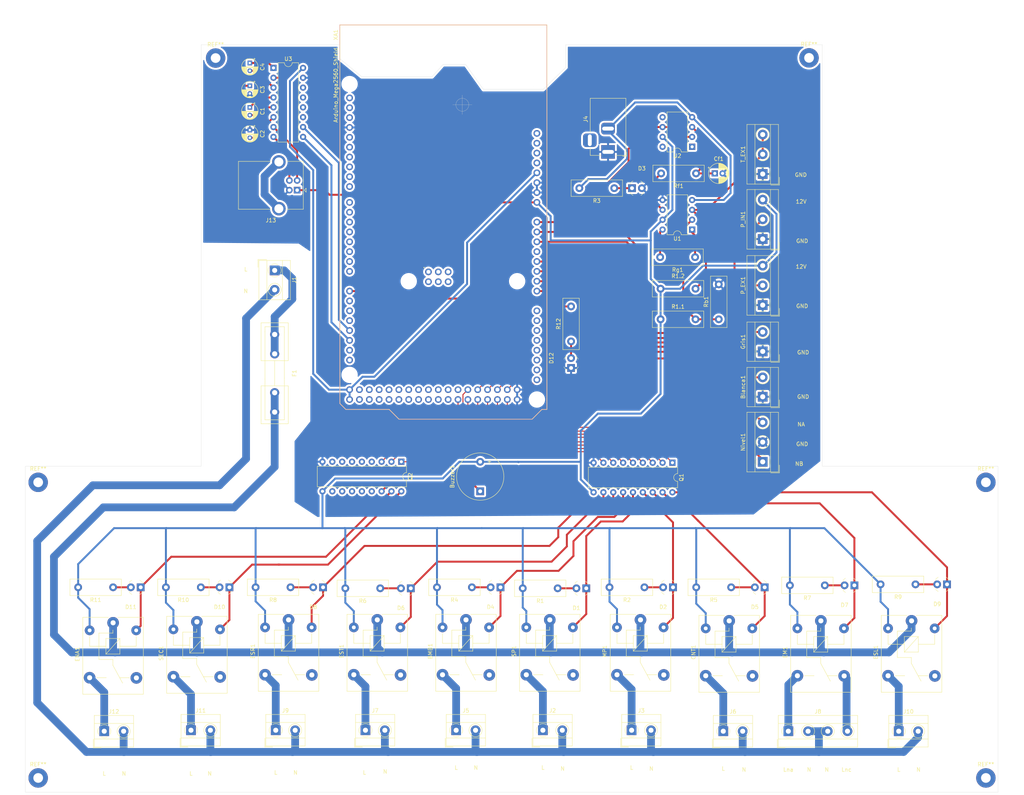
<source format=kicad_pcb>
(kicad_pcb (version 20171130) (host pcbnew 5.1.10-88a1d61d58~90~ubuntu20.04.1)
  (layers (0 F.Cu signal) (31 B.Cu signal) (34 B.Paste user) (35 F.Paste user) (36 B.SilkS user) (37 F.SilkS user) (38 B.Mask user) (39 F.Mask user) (44 Edge.Cuts user))
  (net 0 "")
  (net 1 "Net-(Blanca1-Pad2)")
  (net 2 GND)
  (net 3 LINE)
  (net 4 "Net-(BMB1-Pad5)")
  (net 5 "Net-(BMB1-Pad4)")
  (net 6 "Net-(BMB1-Pad3)")
  (net 7 +12V)
  (net 8 "Net-(Buzzer1-Pad1)")
  (net 9 "Net-(C1-Pad2)")
  (net 10 "Net-(C1-Pad1)")
  (net 11 "Net-(C2-Pad2)")
  (net 12 "Net-(C3-Pad1)")
  (net 13 "Net-(C4-Pad1)")
  (net 14 "Net-(C4-Pad2)")
  (net 15 "Net-(Cf1-Pad1)")
  (net 16 "Net-(CNT1-Pad5)")
  (net 17 "Net-(CNT1-Pad4)")
  (net 18 "Net-(CNT1-Pad3)")
  (net 19 "Net-(D1-Pad2)")
  (net 20 "Net-(D1-Pad1)")
  (net 21 "Net-(D2-Pad1)")
  (net 22 "Net-(D2-Pad2)")
  (net 23 "Net-(D3-Pad1)")
  (net 24 "Net-(D4-Pad2)")
  (net 25 "Net-(D5-Pad2)")
  (net 26 "Net-(D6-Pad2)")
  (net 27 "Net-(D6-Pad1)")
  (net 28 "Net-(D7-Pad1)")
  (net 29 "Net-(D7-Pad2)")
  (net 30 "Net-(D8-Pad2)")
  (net 31 "Net-(D8-Pad1)")
  (net 32 "Net-(D9-Pad1)")
  (net 33 "Net-(D9-Pad2)")
  (net 34 "Net-(D10-Pad2)")
  (net 35 "Net-(D10-Pad1)")
  (net 36 "Net-(D11-Pad1)")
  (net 37 "Net-(D11-Pad2)")
  (net 38 "Net-(D12-Pad2)")
  (net 39 "Net-(EM1-Pad3)")
  (net 40 "Net-(EM1-Pad4)")
  (net 41 "Net-(ENA1-Pad3)")
  (net 42 "Net-(ENA1-Pad4)")
  (net 43 "Net-(ESL1-Pad3)")
  (net 44 "Net-(ESL1-Pad4)")
  (net 45 "Net-(ESR1-Pad4)")
  (net 46 "Net-(ESR1-Pad3)")
  (net 47 "Net-(EST1-Pad3)")
  (net 48 "Net-(EST1-Pad4)")
  (net 49 "Net-(F1-Pad1)")
  (net 50 "Net-(Gris1-Pad2)")
  (net 51 NEUT)
  (net 52 "Net-(J2-Pad1)")
  (net 53 "Net-(J3-Pad1)")
  (net 54 -12V)
  (net 55 "Net-(J11-Pad1)")
  (net 56 "Net-(J13-Pad2)")
  (net 57 "Net-(J13-Pad3)")
  (net 58 "Net-(MP1-Pad4)")
  (net 59 "Net-(P_EX1-Pad2)")
  (net 60 "Net-(P_IN1-Pad2)")
  (net 61 "Net-(Q1-Pad8)")
  (net 62 "Net-(Q1-Pad7)")
  (net 63 "Net-(Q1-Pad6)")
  (net 64 "Net-(Q1-Pad5)")
  (net 65 "Net-(Q1-Pad4)")
  (net 66 "Net-(Q1-Pad3)")
  (net 67 "Net-(Q1-Pad2)")
  (net 68 "Net-(Q1-Pad1)")
  (net 69 "Net-(Q2-Pad1)")
  (net 70 "Net-(Q2-Pad2)")
  (net 71 "Net-(Q2-Pad11)")
  (net 72 "Net-(Q2-Pad3)")
  (net 73 "Net-(Q2-Pad12)")
  (net 74 "Net-(Q2-Pad4)")
  (net 75 "Net-(Q2-Pad13)")
  (net 76 "Net-(Q2-Pad5)")
  (net 77 "Net-(Q2-Pad14)")
  (net 78 "Net-(Q2-Pad6)")
  (net 79 "Net-(Q2-Pad15)")
  (net 80 "Net-(Q2-Pad7)")
  (net 81 "Net-(Q2-Pad8)")
  (net 82 "Net-(R1.1-Pad2)")
  (net 83 "Net-(R1.2-Pad2)")
  (net 84 "Net-(R12-Pad2)")
  (net 85 "Net-(Rf1-Pad2)")
  (net 86 "Net-(Rg1-Pad1)")
  (net 87 "Net-(Rg1-Pad2)")
  (net 88 "Net-(SEC1-Pad4)")
  (net 89 "Net-(SP1-Pad4)")
  (net 90 "Net-(U2-Pad1)")
  (net 91 "Net-(U2-Pad5)")
  (net 92 "Net-(U2-Pad2)")
  (net 93 "Net-(U2-Pad8)")
  (net 94 "Net-(U3-Pad9)")
  (net 95 "Net-(U3-Pad10)")
  (net 96 "Net-(U3-Pad11)")
  (net 97 "Net-(U3-Pad12)")
  (net 98 "Net-(U3-Pad13)")
  (net 99 "Net-(U3-Pad14)")
  (net 100 +5V)
  (net 101 "Net-(XA1-PadRST2)")
  (net 102 "Net-(XA1-PadGND4)")
  (net 103 "Net-(XA1-PadMOSI)")
  (net 104 "Net-(XA1-PadSCK)")
  (net 105 "Net-(XA1-Pad5V2)")
  (net 106 "Net-(XA1-Pad3V3)")
  (net 107 "Net-(XA1-PadRST1)")
  (net 108 "Net-(XA1-PadIORF)")
  (net 109 "Net-(XA1-PadD21)")
  (net 110 "Net-(XA1-PadD20)")
  (net 111 "Net-(XA1-PadD17)")
  (net 112 "Net-(XA1-PadD16)")
  (net 113 "Net-(XA1-PadD15)")
  (net 114 "Net-(XA1-PadD0)")
  (net 115 "Net-(XA1-PadD1)")
  (net 116 "Net-(XA1-PadD2)")
  (net 117 "Net-(XA1-PadD3)")
  (net 118 "Net-(XA1-PadD4)")
  (net 119 "Net-(XA1-PadD5)")
  (net 120 "Net-(XA1-PadD6)")
  (net 121 "Net-(XA1-PadD7)")
  (net 122 "Net-(XA1-PadD8)")
  (net 123 "Net-(XA1-PadD9)")
  (net 124 "Net-(XA1-PadD10)")
  (net 125 "Net-(XA1-PadSCL)")
  (net 126 "Net-(XA1-PadSDA)")
  (net 127 "Net-(XA1-PadAREF)")
  (net 128 "Net-(XA1-PadD13)")
  (net 129 "Net-(XA1-PadD12)")
  (net 130 "Net-(XA1-PadD11)")
  (net 131 "Net-(XA1-PadA3)")
  (net 132 "Net-(XA1-PadA8)")
  (net 133 "Net-(XA1-PadA9)")
  (net 134 "Net-(XA1-PadA10)")
  (net 135 "Net-(XA1-PadA11)")
  (net 136 "Net-(XA1-PadA12)")
  (net 137 "Net-(XA1-PadA13)")
  (net 138 "Net-(XA1-PadA14)")
  (net 139 "Net-(XA1-PadA15)")
  (net 140 "Net-(XA1-PadD22)")
  (net 141 "Net-(XA1-PadD23)")
  (net 142 "Net-(XA1-PadD24)")
  (net 143 "Net-(XA1-PadD25)")
  (net 144 "Net-(XA1-PadD26)")
  (net 145 "Net-(XA1-PadD27)")
  (net 146 "Net-(XA1-PadD28)")
  (net 147 "Net-(XA1-PadD29)")
  (net 148 "Net-(XA1-PadD30)")
  (net 149 "Net-(XA1-PadD31)")
  (net 150 "Net-(XA1-PadD32)")
  (net 151 "Net-(XA1-PadD33)")
  (net 152 "Net-(XA1-PadD34)")
  (net 153 "Net-(XA1-PadD35)")
  (net 154 "Net-(XA1-PadD36)")
  (net 155 "Net-(XA1-PadD37)")
  (net 156 "Net-(XA1-PadD38)")
  (net 157 "Net-(XA1-PadD39)")
  (net 158 "Net-(XA1-PadD40)")
  (net 159 "Net-(XA1-PadD41)")
  (net 160 "Net-(XA1-PadMISO)")
  (net 161 "Net-(XA1-PadD42)")
  (net 162 "Net-(Nivel1-Pad1)")
  (net 163 "Net-(Nivel1-Pad3)")
  (net 164 "Net-(J13-Pad5)")
  (module MountingHole:MountingHole_2.5mm_Pad (layer F.Cu) (at 272.796 89.4842)
    (fp_text reference REF** (at 0 -3.5) (layer F.SilkS))
    (fp_text value MountingHole_2.5mm_Pad)
    (pad 1 thru_hole circle (at 0 0) (size 5 5) (drill 2.5) (layers *.Cu *.Mask))
  )
  (module MountingHole:MountingHole_2.5mm_Pad (layer F.Cu) (at 272.796 165.6588)
    (fp_text reference REF** (at 0 -3.5) (layer F.SilkS))
    (fp_text value MountingHole_2.5mm_Pad)
    (pad 1 thru_hole circle (at 0 0) (size 5 5) (drill 2.5) (layers *.Cu *.Mask))
  )
  (module Arduino:Arduino_Mega2560_Shield (layer B.Cu) (at 159.639 -28.3718 270)
    (fp_text reference XA1 (at 2.54 54.356 270) (layer F.SilkS))
    (fp_text value Arduino_Mega2560_Shield (at 15.494 54.356 270) (layer F.SilkS))
    (fp_text user . (at 62.484 32.004 270) (layer F.SilkS))
    (pad MISO thru_hole oval (at 63.627 30.48 270) (size 1.7272 1.7272) (drill 1.016) (layers *.Cu *.Mask) (net 160 "Net-(XA1-PadMISO)"))
    (pad GND6 thru_hole oval (at 96.52 7.62 270) (size 1.7272 1.7272) (drill 1.016) (layers *.Cu *.Mask) (net 2 GND))
    (pad GND5 thru_hole oval (at 93.98 7.62 270) (size 1.7272 1.7272) (drill 1.016) (layers *.Cu *.Mask) (net 2 GND))
    (pad D53 thru_hole oval (at 96.52 10.16 270) (size 1.7272 1.7272) (drill 1.016) (layers *.Cu *.Mask) (net 64 "Net-(Q1-Pad5)"))
    (pad D52 thru_hole oval (at 93.98 10.16 270) (size 1.7272 1.7272) (drill 1.016) (layers *.Cu *.Mask) (net 65 "Net-(Q1-Pad4)"))
    (pad D51 thru_hole oval (at 96.52 12.7 270) (size 1.7272 1.7272) (drill 1.016) (layers *.Cu *.Mask) (net 63 "Net-(Q1-Pad6)"))
    (pad D50 thru_hole oval (at 93.98 12.7 270) (size 1.7272 1.7272) (drill 1.016) (layers *.Cu *.Mask) (net 66 "Net-(Q1-Pad3)"))
    (pad D49 thru_hole oval (at 96.52 15.24 270) (size 1.7272 1.7272) (drill 1.016) (layers *.Cu *.Mask) (net 62 "Net-(Q1-Pad7)"))
    (pad D48 thru_hole oval (at 93.98 15.24 270) (size 1.7272 1.7272) (drill 1.016) (layers *.Cu *.Mask) (net 67 "Net-(Q1-Pad2)"))
    (pad D47 thru_hole oval (at 96.52 17.78 270) (size 1.7272 1.7272) (drill 1.016) (layers *.Cu *.Mask) (net 61 "Net-(Q1-Pad8)"))
    (pad D46 thru_hole oval (at 93.98 17.78 270) (size 1.7272 1.7272) (drill 1.016) (layers *.Cu *.Mask) (net 68 "Net-(Q1-Pad1)"))
    (pad D45 thru_hole oval (at 96.52 20.32 270) (size 1.7272 1.7272) (drill 1.016) (layers *.Cu *.Mask) (net 69 "Net-(Q2-Pad1)"))
    (pad D44 thru_hole oval (at 93.98 20.32 270) (size 1.7272 1.7272) (drill 1.016) (layers *.Cu *.Mask) (net 70 "Net-(Q2-Pad2)"))
    (pad D43 thru_hole oval (at 96.52 22.86 270) (size 1.7272 1.7272) (drill 1.016) (layers *.Cu *.Mask) (net 72 "Net-(Q2-Pad3)"))
    (pad D42 thru_hole oval (at 93.98 22.86 270) (size 1.7272 1.7272) (drill 1.016) (layers *.Cu *.Mask) (net 161 "Net-(XA1-PadD42)"))
    (pad D41 thru_hole oval (at 96.52 25.4 270) (size 1.7272 1.7272) (drill 1.016) (layers *.Cu *.Mask) (net 159 "Net-(XA1-PadD41)"))
    (pad D40 thru_hole oval (at 93.98 25.4 270) (size 1.7272 1.7272) (drill 1.016) (layers *.Cu *.Mask) (net 158 "Net-(XA1-PadD40)"))
    (pad D39 thru_hole oval (at 96.52 27.94 270) (size 1.7272 1.7272) (drill 1.016) (layers *.Cu *.Mask) (net 157 "Net-(XA1-PadD39)"))
    (pad D38 thru_hole oval (at 93.98 27.94 270) (size 1.7272 1.7272) (drill 1.016) (layers *.Cu *.Mask) (net 156 "Net-(XA1-PadD38)"))
    (pad D37 thru_hole oval (at 96.52 30.48 270) (size 1.7272 1.7272) (drill 1.016) (layers *.Cu *.Mask) (net 155 "Net-(XA1-PadD37)"))
    (pad D36 thru_hole oval (at 93.98 30.48 270) (size 1.7272 1.7272) (drill 1.016) (layers *.Cu *.Mask) (net 154 "Net-(XA1-PadD36)"))
    (pad D35 thru_hole oval (at 96.52 33.02 270) (size 1.7272 1.7272) (drill 1.016) (layers *.Cu *.Mask) (net 153 "Net-(XA1-PadD35)"))
    (pad D34 thru_hole oval (at 93.98 33.02 270) (size 1.7272 1.7272) (drill 1.016) (layers *.Cu *.Mask) (net 152 "Net-(XA1-PadD34)"))
    (pad D33 thru_hole oval (at 96.52 35.56 270) (size 1.7272 1.7272) (drill 1.016) (layers *.Cu *.Mask) (net 151 "Net-(XA1-PadD33)"))
    (pad D32 thru_hole oval (at 93.98 35.56 270) (size 1.7272 1.7272) (drill 1.016) (layers *.Cu *.Mask) (net 150 "Net-(XA1-PadD32)"))
    (pad D31 thru_hole oval (at 96.52 38.1 270) (size 1.7272 1.7272) (drill 1.016) (layers *.Cu *.Mask) (net 149 "Net-(XA1-PadD31)"))
    (pad D30 thru_hole oval (at 93.98 38.1 270) (size 1.7272 1.7272) (drill 1.016) (layers *.Cu *.Mask) (net 148 "Net-(XA1-PadD30)"))
    (pad D29 thru_hole oval (at 96.52 40.64 270) (size 1.7272 1.7272) (drill 1.016) (layers *.Cu *.Mask) (net 147 "Net-(XA1-PadD29)"))
    (pad D28 thru_hole oval (at 93.98 40.64 270) (size 1.7272 1.7272) (drill 1.016) (layers *.Cu *.Mask) (net 146 "Net-(XA1-PadD28)"))
    (pad D27 thru_hole oval (at 96.52 43.18 270) (size 1.7272 1.7272) (drill 1.016) (layers *.Cu *.Mask) (net 145 "Net-(XA1-PadD27)"))
    (pad D26 thru_hole oval (at 93.98 43.18 270) (size 1.7272 1.7272) (drill 1.016) (layers *.Cu *.Mask) (net 144 "Net-(XA1-PadD26)"))
    (pad D25 thru_hole oval (at 96.52 45.72 270) (size 1.7272 1.7272) (drill 1.016) (layers *.Cu *.Mask) (net 143 "Net-(XA1-PadD25)"))
    (pad D24 thru_hole oval (at 93.98 45.72 270) (size 1.7272 1.7272) (drill 1.016) (layers *.Cu *.Mask) (net 142 "Net-(XA1-PadD24)"))
    (pad D23 thru_hole oval (at 96.52 48.26 270) (size 1.7272 1.7272) (drill 1.016) (layers *.Cu *.Mask) (net 141 "Net-(XA1-PadD23)"))
    (pad D22 thru_hole oval (at 93.98 48.26 270) (size 1.7272 1.7272) (drill 1.016) (layers *.Cu *.Mask) (net 140 "Net-(XA1-PadD22)"))
    (pad 5V4 thru_hole oval (at 96.52 50.8 270) (size 1.7272 1.7272) (drill 1.016) (layers *.Cu *.Mask) (net 100 +5V))
    (pad 5V3 thru_hole oval (at 93.98 50.8 270) (size 1.7272 1.7272) (drill 1.016) (layers *.Cu *.Mask) (net 100 +5V))
    (pad A15 thru_hole oval (at 91.44 2.54 270) (size 1.7272 1.7272) (drill 1.016) (layers *.Cu *.Mask) (net 139 "Net-(XA1-PadA15)"))
    (pad A14 thru_hole oval (at 88.9 2.54 270) (size 1.7272 1.7272) (drill 1.016) (layers *.Cu *.Mask) (net 138 "Net-(XA1-PadA14)"))
    (pad A13 thru_hole oval (at 86.36 2.54 270) (size 1.7272 1.7272) (drill 1.016) (layers *.Cu *.Mask) (net 137 "Net-(XA1-PadA13)"))
    (pad A12 thru_hole oval (at 83.82 2.54 270) (size 1.7272 1.7272) (drill 1.016) (layers *.Cu *.Mask) (net 136 "Net-(XA1-PadA12)"))
    (pad A11 thru_hole oval (at 81.28 2.54 270) (size 1.7272 1.7272) (drill 1.016) (layers *.Cu *.Mask) (net 135 "Net-(XA1-PadA11)"))
    (pad A10 thru_hole oval (at 78.74 2.54 270) (size 1.7272 1.7272) (drill 1.016) (layers *.Cu *.Mask) (net 134 "Net-(XA1-PadA10)"))
    (pad A9 thru_hole oval (at 76.2 2.54 270) (size 1.7272 1.7272) (drill 1.016) (layers *.Cu *.Mask) (net 133 "Net-(XA1-PadA9)"))
    (pad A8 thru_hole oval (at 73.66 2.54 270) (size 1.7272 1.7272) (drill 1.016) (layers *.Cu *.Mask) (net 132 "Net-(XA1-PadA8)"))
    (pad A7 thru_hole oval (at 68.58 2.54 270) (size 1.7272 1.7272) (drill 1.016) (layers *.Cu *.Mask) (net 162 "Net-(Nivel1-Pad1)"))
    (pad A6 thru_hole oval (at 66.04 2.54 270) (size 1.7272 1.7272) (drill 1.016) (layers *.Cu *.Mask) (net 163 "Net-(Nivel1-Pad3)"))
    (pad A5 thru_hole oval (at 63.5 2.54 270) (size 1.7272 1.7272) (drill 1.016) (layers *.Cu *.Mask) (net 1 "Net-(Blanca1-Pad2)"))
    (pad A4 thru_hole oval (at 60.96 2.54 270) (size 1.7272 1.7272) (drill 1.016) (layers *.Cu *.Mask) (net 50 "Net-(Gris1-Pad2)"))
    (pad A3 thru_hole oval (at 58.42 2.54 270) (size 1.7272 1.7272) (drill 1.016) (layers *.Cu *.Mask) (net 131 "Net-(XA1-PadA3)"))
    (pad A2 thru_hole oval (at 55.88 2.54 270) (size 1.7272 1.7272) (drill 1.016) (layers *.Cu *.Mask) (net 59 "Net-(P_EX1-Pad2)"))
    (pad A1 thru_hole oval (at 53.34 2.54 270) (size 1.7272 1.7272) (drill 1.016) (layers *.Cu *.Mask) (net 60 "Net-(P_IN1-Pad2)"))
    (pad "" thru_hole oval (at 27.94 2.54 270) (size 1.7272 1.7272) (drill 1.016) (layers *.Cu *.Mask))
    (pad D11 thru_hole oval (at 34.036 50.8 270) (size 1.7272 1.7272) (drill 1.016) (layers *.Cu *.Mask) (net 130 "Net-(XA1-PadD11)"))
    (pad D12 thru_hole oval (at 31.496 50.8 270) (size 1.7272 1.7272) (drill 1.016) (layers *.Cu *.Mask) (net 129 "Net-(XA1-PadD12)"))
    (pad D13 thru_hole oval (at 28.956 50.8 270) (size 1.7272 1.7272) (drill 1.016) (layers *.Cu *.Mask) (net 128 "Net-(XA1-PadD13)"))
    (pad AREF thru_hole oval (at 23.876 50.8 270) (size 1.7272 1.7272) (drill 1.016) (layers *.Cu *.Mask) (net 127 "Net-(XA1-PadAREF)"))
    (pad SDA thru_hole oval (at 21.336 50.8 270) (size 1.7272 1.7272) (drill 1.016) (layers *.Cu *.Mask) (net 126 "Net-(XA1-PadSDA)"))
    (pad SCL thru_hole oval (at 18.796 50.8 270) (size 1.7272 1.7272) (drill 1.016) (layers *.Cu *.Mask) (net 125 "Net-(XA1-PadSCL)"))
    (pad "" np_thru_hole circle (at 13.97 2.54 270) (size 3.2 3.2) (drill 3.2) (layers *.Cu *.Mask))
    (pad "" np_thru_hole circle (at 96.52 2.54 270) (size 3.2 3.2) (drill 3.2) (layers *.Cu *.Mask))
    (pad "" np_thru_hole circle (at 15.24 50.8 270) (size 3.2 3.2) (drill 3.2) (layers *.Cu *.Mask))
    (pad "" np_thru_hole circle (at 90.17 50.8 270) (size 3.2 3.2) (drill 3.2) (layers *.Cu *.Mask))
    (pad "" np_thru_hole circle (at 66.04 35.56 270) (size 3.2 3.2) (drill 3.2) (layers *.Cu *.Mask))
    (pad "" np_thru_hole circle (at 66.04 7.62 270) (size 3.2 3.2) (drill 3.2) (layers *.Cu *.Mask))
    (pad D10 thru_hole oval (at 36.576 50.8 270) (size 1.7272 1.7272) (drill 1.016) (layers *.Cu *.Mask) (net 124 "Net-(XA1-PadD10)"))
    (pad D9 thru_hole oval (at 39.116 50.8 270) (size 1.7272 1.7272) (drill 1.016) (layers *.Cu *.Mask) (net 123 "Net-(XA1-PadD9)"))
    (pad D8 thru_hole oval (at 41.656 50.8 270) (size 1.7272 1.7272) (drill 1.016) (layers *.Cu *.Mask) (net 122 "Net-(XA1-PadD8)"))
    (pad GND1 thru_hole oval (at 26.416 50.8 270) (size 1.7272 1.7272) (drill 1.016) (layers *.Cu *.Mask) (net 2 GND))
    (pad D7 thru_hole oval (at 45.72 50.8 270) (size 1.7272 1.7272) (drill 1.016) (layers *.Cu *.Mask) (net 121 "Net-(XA1-PadD7)"))
    (pad D6 thru_hole oval (at 48.26 50.8 270) (size 1.7272 1.7272) (drill 1.016) (layers *.Cu *.Mask) (net 120 "Net-(XA1-PadD6)"))
    (pad D5 thru_hole oval (at 50.8 50.8 270) (size 1.7272 1.7272) (drill 1.016) (layers *.Cu *.Mask) (net 119 "Net-(XA1-PadD5)"))
    (pad D4 thru_hole oval (at 53.34 50.8 270) (size 1.7272 1.7272) (drill 1.016) (layers *.Cu *.Mask) (net 118 "Net-(XA1-PadD4)"))
    (pad D3 thru_hole oval (at 55.88 50.8 270) (size 1.7272 1.7272) (drill 1.016) (layers *.Cu *.Mask) (net 117 "Net-(XA1-PadD3)"))
    (pad D2 thru_hole oval (at 58.42 50.8 270) (size 1.7272 1.7272) (drill 1.016) (layers *.Cu *.Mask) (net 116 "Net-(XA1-PadD2)"))
    (pad D1 thru_hole oval (at 60.96 50.8 270) (size 1.7272 1.7272) (drill 1.016) (layers *.Cu *.Mask) (net 115 "Net-(XA1-PadD1)"))
    (pad D0 thru_hole oval (at 63.5 50.8 270) (size 1.7272 1.7272) (drill 1.016) (layers *.Cu *.Mask) (net 114 "Net-(XA1-PadD0)"))
    (pad D14 thru_hole oval (at 68.58 50.8 270) (size 1.7272 1.7272) (drill 1.016) (layers *.Cu *.Mask) (net 84 "Net-(R12-Pad2)"))
    (pad D15 thru_hole oval (at 71.12 50.8 270) (size 1.7272 1.7272) (drill 1.016) (layers *.Cu *.Mask) (net 113 "Net-(XA1-PadD15)"))
    (pad D16 thru_hole oval (at 73.66 50.8 270) (size 1.7272 1.7272) (drill 1.016) (layers *.Cu *.Mask) (net 112 "Net-(XA1-PadD16)"))
    (pad D17 thru_hole oval (at 76.2 50.8 270) (size 1.7272 1.7272) (drill 1.016) (layers *.Cu *.Mask) (net 111 "Net-(XA1-PadD17)"))
    (pad D18 thru_hole oval (at 78.74 50.8 270) (size 1.7272 1.7272) (drill 1.016) (layers *.Cu *.Mask) (net 95 "Net-(U3-Pad10)"))
    (pad D19 thru_hole oval (at 81.28 50.8 270) (size 1.7272 1.7272) (drill 1.016) (layers *.Cu *.Mask) (net 94 "Net-(U3-Pad9)"))
    (pad D20 thru_hole oval (at 83.82 50.8 270) (size 1.7272 1.7272) (drill 1.016) (layers *.Cu *.Mask) (net 110 "Net-(XA1-PadD20)"))
    (pad D21 thru_hole oval (at 86.36 50.8 270) (size 1.7272 1.7272) (drill 1.016) (layers *.Cu *.Mask) (net 109 "Net-(XA1-PadD21)"))
    (pad IORF thru_hole oval (at 30.48 2.54 270) (size 1.7272 1.7272) (drill 1.016) (layers *.Cu *.Mask) (net 108 "Net-(XA1-PadIORF)"))
    (pad RST1 thru_hole oval (at 33.02 2.54 270) (size 1.7272 1.7272) (drill 1.016) (layers *.Cu *.Mask) (net 107 "Net-(XA1-PadRST1)"))
    (pad 3V3 thru_hole oval (at 35.56 2.54 270) (size 1.7272 1.7272) (drill 1.016) (layers *.Cu *.Mask) (net 106 "Net-(XA1-Pad3V3)"))
    (pad 5V1 thru_hole oval (at 38.1 2.54 270) (size 1.7272 1.7272) (drill 1.016) (layers *.Cu *.Mask) (net 100 +5V))
    (pad GND2 thru_hole oval (at 40.64 2.54 270) (size 1.7272 1.7272) (drill 1.016) (layers *.Cu *.Mask) (net 2 GND))
    (pad GND3 thru_hole oval (at 43.18 2.54 270) (size 1.7272 1.7272) (drill 1.016) (layers *.Cu *.Mask) (net 2 GND))
    (pad VIN thru_hole oval (at 45.72 2.54 270) (size 1.7272 1.7272) (drill 1.016) (layers *.Cu *.Mask) (net 7 +12V))
    (pad A0 thru_hole oval (at 50.8 2.54 270) (size 1.7272 1.7272) (drill 1.016) (layers *.Cu *.Mask) (net 92 "Net-(U2-Pad2)"))
    (pad 5V2 thru_hole oval (at 66.167 30.48 270) (size 1.7272 1.7272) (drill 1.016) (layers *.Cu *.Mask) (net 105 "Net-(XA1-Pad5V2)"))
    (pad SCK thru_hole oval (at 63.627 27.94 270) (size 1.7272 1.7272) (drill 1.016) (layers *.Cu *.Mask) (net 104 "Net-(XA1-PadSCK)"))
    (pad MOSI thru_hole oval (at 66.167 27.94 270) (size 1.7272 1.7272) (drill 1.016) (layers *.Cu *.Mask) (net 103 "Net-(XA1-PadMOSI)"))
    (pad GND4 thru_hole oval (at 66.167 25.4 270) (size 1.7272 1.7272) (drill 1.016) (layers *.Cu *.Mask) (net 102 "Net-(XA1-PadGND4)"))
    (pad RST2 thru_hole oval (at 63.627 25.4 270) (size 1.7272 1.7272) (drill 1.016) (layers *.Cu *.Mask) (net 101 "Net-(XA1-PadRST2)"))
  )
  (module MountingHole:MountingHole_2.5mm_Pad (layer F.Cu) (at 28.6004 89.4842)
    (fp_text reference REF** (at 0 -3.5) (layer F.SilkS))
    (fp_text value MountingHole_2.5mm_Pad)
    (pad 1 thru_hole circle (at 0 0) (size 5 5) (drill 2.5) (layers *.Cu *.Mask))
  )
  (module MountingHole:MountingHole_2.5mm_Pad (layer F.Cu) (at 28.6004 165.6588)
    (fp_text reference REF** (at 0 -3.5) (layer F.SilkS))
    (fp_text value MountingHole_2.5mm_Pad)
    (pad 1 thru_hole circle (at 0 0) (size 5 5) (drill 2.5) (layers *.Cu *.Mask))
  )
  (module MountingHole:MountingHole_2.5mm_Pad (layer F.Cu) (at 74.3204 -19.8374)
    (fp_text reference REF** (at 0 -3.5) (layer F.SilkS))
    (fp_text value MountingHole_2.5mm_Pad)
    (pad 1 thru_hole circle (at 0 0) (size 5 5) (drill 2.5) (layers *.Cu *.Mask))
  )
  (module MountingHole:MountingHole_2.5mm_Pad (layer F.Cu) (at 227.2284 -19.8882)
    (fp_text reference REF** (at 0 -3.5) (layer F.SilkS))
    (fp_text value MountingHole_2.5mm_Pad)
    (pad 1 thru_hole circle (at 0 0) (size 5 5) (drill 2.5) (layers *.Cu *.Mask))
  )
  (module Connector_BarrelJack:BarrelJack_Horizontal (layer F.Cu) (at 175.4378 4.3434 270)
    (fp_text reference J4 (at -8.45 5.75 90) (layer F.SilkS))
    (fp_text value Barrel_Jack_MountingPin)
    (pad 1 thru_hole rect (at 0 0 270) (size 3.5 3.5) (drill oval 1 3) (layers *.Cu *.Mask) (net 2 GND))
    (pad 2 thru_hole roundrect (at -6 0 270) (size 3 3.5) (drill oval 1 3) (layers *.Cu *.Mask) (net 54 -12V))
    (pad 3 thru_hole roundrect (at -3 4.7 270) (size 3.5 3.5) (drill oval 3 1) (layers *.Cu *.Mask))
  )
  (module TerminalBlock_MetzConnect:TerminalBlock_MetzConnect_Type055_RT01502HDWU_1x02_P5.00mm_Horizontal (layer F.Cu) (at 215.2904 67.437 90)
    (fp_text reference Blanca1 (at 2.5 -5.06 90) (layer F.SilkS))
    (fp_text value Screw_Terminal_01x02)
    (pad 1 thru_hole rect (at 0 0 90) (size 2.5 2.5) (drill 1.3) (layers *.Cu *.Mask) (net 2 GND))
    (pad 2 thru_hole circle (at 5 0 90) (size 2.5 2.5) (drill 1.3) (layers *.Cu *.Mask) (net 1 "Net-(Blanca1-Pad2)"))
  )
  (module TerminalBlock_MetzConnect:TerminalBlock_MetzConnect_Type101_RT01603HBWC_1x03_P5.08mm_Horizontal (layer F.Cu) (at 215.2904 10.033 90)
    (fp_text reference T_EX1 (at 5.08 -5.06 90) (layer F.SilkS))
    (fp_text value Screw_Terminal_01x03)
    (pad 1 thru_hole rect (at 0 0 90) (size 2.5 2.5) (drill 1.3) (layers *.Cu *.Mask) (net 2 GND))
    (pad 2 thru_hole circle (at 5.08 0 90) (size 2.5 2.5) (drill 1.3) (layers *.Cu *.Mask) (net 83 "Net-(R1.2-Pad2)"))
    (pad 3 thru_hole circle (at 10.16 0 90) (size 2.5 2.5) (drill 1.3) (layers *.Cu *.Mask) (net 83 "Net-(R1.2-Pad2)"))
  )
  (module TerminalBlock_MetzConnect:TerminalBlock_MetzConnect_Type101_RT01603HBWC_1x03_P5.08mm_Horizontal (layer F.Cu) (at 215.2904 26.797 90)
    (fp_text reference P_IN1 (at 5.08 -5.06 90) (layer F.SilkS))
    (fp_text value Screw_Terminal_01x03)
    (pad 1 thru_hole rect (at 0 0 90) (size 2.5 2.5) (drill 1.3) (layers *.Cu *.Mask) (net 2 GND))
    (pad 2 thru_hole circle (at 5.08 0 90) (size 2.5 2.5) (drill 1.3) (layers *.Cu *.Mask) (net 60 "Net-(P_IN1-Pad2)"))
    (pad 3 thru_hole circle (at 10.16 0 90) (size 2.5 2.5) (drill 1.3) (layers *.Cu *.Mask) (net 7 +12V))
  )
  (module TerminalBlock_MetzConnect:TerminalBlock_MetzConnect_Type101_RT01603HBWC_1x03_P5.08mm_Horizontal (layer F.Cu) (at 215.2904 43.815 90)
    (fp_text reference P_EX1 (at 5.08 -5.06 90) (layer F.SilkS))
    (fp_text value Screw_Terminal_01x03)
    (pad 1 thru_hole rect (at 0 0 90) (size 2.5 2.5) (drill 1.3) (layers *.Cu *.Mask) (net 2 GND))
    (pad 2 thru_hole circle (at 5.08 0 90) (size 2.5 2.5) (drill 1.3) (layers *.Cu *.Mask) (net 59 "Net-(P_EX1-Pad2)"))
    (pad 3 thru_hole circle (at 10.16 0 90) (size 2.5 2.5) (drill 1.3) (layers *.Cu *.Mask) (net 7 +12V))
  )
  (module TerminalBlock_MetzConnect:TerminalBlock_MetzConnect_Type101_RT01603HBWC_1x03_P5.08mm_Horizontal (layer F.Cu) (at 215.2904 84.201 90)
    (fp_text reference Nivel1 (at 5.08 -5.06 90) (layer F.SilkS))
    (fp_text value Screw_Terminal_01x03)
    (pad 1 thru_hole rect (at 0 0 90) (size 2.5 2.5) (drill 1.3) (layers *.Cu *.Mask) (net 162 "Net-(Nivel1-Pad1)"))
    (pad 2 thru_hole circle (at 5.08 0 90) (size 2.5 2.5) (drill 1.3) (layers *.Cu *.Mask) (net 2 GND))
    (pad 3 thru_hole circle (at 10.16 0 90) (size 2.5 2.5) (drill 1.3) (layers *.Cu *.Mask) (net 163 "Net-(Nivel1-Pad3)"))
  )
  (module TerminalBlock_MetzConnect:TerminalBlock_MetzConnect_Type055_RT01502HDWU_1x02_P5.00mm_Horizontal (layer F.Cu) (at 45.6184 153.6192)
    (fp_text reference J12 (at 2.5 -5.06) (layer F.SilkS))
    (fp_text value Screw_Terminal_01x02)
    (pad 1 thru_hole rect (at 0 0) (size 2.5 2.5) (drill 1.3) (layers *.Cu *.Mask) (net 41 "Net-(ENA1-Pad3)"))
    (pad 2 thru_hole circle (at 5 0) (size 2.5 2.5) (drill 1.3) (layers *.Cu *.Mask) (net 51 NEUT))
  )
  (module TerminalBlock_MetzConnect:TerminalBlock_MetzConnect_Type055_RT01502HDWU_1x02_P5.00mm_Horizontal (layer F.Cu) (at 67.9704 153.3652)
    (fp_text reference J11 (at 2.5 -5.06) (layer F.SilkS))
    (fp_text value Screw_Terminal_01x02)
    (pad 1 thru_hole rect (at 0 0) (size 2.5 2.5) (drill 1.3) (layers *.Cu *.Mask) (net 55 "Net-(J11-Pad1)"))
    (pad 2 thru_hole circle (at 5 0) (size 2.5 2.5) (drill 1.3) (layers *.Cu *.Mask) (net 51 NEUT))
  )
  (module TerminalBlock_MetzConnect:TerminalBlock_MetzConnect_Type055_RT01502HDWU_1x02_P5.00mm_Horizontal (layer F.Cu) (at 250.3424 153.6192)
    (fp_text reference J10 (at 2.5 -5.06) (layer F.SilkS))
    (fp_text value Screw_Terminal_01x02)
    (pad 1 thru_hole rect (at 0 0) (size 2.5 2.5) (drill 1.3) (layers *.Cu *.Mask) (net 43 "Net-(ESL1-Pad3)"))
    (pad 2 thru_hole circle (at 5 0) (size 2.5 2.5) (drill 1.3) (layers *.Cu *.Mask) (net 51 NEUT))
  )
  (module TerminalBlock_MetzConnect:TerminalBlock_MetzConnect_Type055_RT01502HDWU_1x02_P5.00mm_Horizontal (layer F.Cu) (at 89.8144 153.3652)
    (fp_text reference J9 (at 2.5 -5.06) (layer F.SilkS))
    (fp_text value Screw_Terminal_01x02)
    (pad 1 thru_hole rect (at 0 0) (size 2.5 2.5) (drill 1.3) (layers *.Cu *.Mask) (net 46 "Net-(ESR1-Pad3)"))
    (pad 2 thru_hole circle (at 5 0) (size 2.5 2.5) (drill 1.3) (layers *.Cu *.Mask) (net 51 NEUT))
  )
  (module TerminalBlock_MetzConnect:TerminalBlock_MetzConnect_Type101_RT01604HBWC_1x04_P5.08mm_Horizontal (layer F.Cu) (at 221.8944 153.6192)
    (fp_text reference J8 (at 7.62 -5.06) (layer F.SilkS))
    (fp_text value Screw_Terminal_01x04)
    (pad 1 thru_hole rect (at 0 0) (size 2.5 2.5) (drill 1.3) (layers *.Cu *.Mask) (net 39 "Net-(EM1-Pad3)"))
    (pad 2 thru_hole circle (at 5.08 0) (size 2.5 2.5) (drill 1.3) (layers *.Cu *.Mask) (net 51 NEUT))
    (pad 3 thru_hole circle (at 10.16 0) (size 2.5 2.5) (drill 1.3) (layers *.Cu *.Mask) (net 51 NEUT))
    (pad 4 thru_hole circle (at 15.24 0) (size 2.5 2.5) (drill 1.3) (layers *.Cu *.Mask) (net 40 "Net-(EM1-Pad4)"))
  )
  (module TerminalBlock_MetzConnect:TerminalBlock_MetzConnect_Type055_RT01502HDWU_1x02_P5.00mm_Horizontal (layer F.Cu) (at 112.9284 153.3652)
    (fp_text reference J7 (at 2.5 -5.06) (layer F.SilkS))
    (fp_text value Screw_Terminal_01x02)
    (pad 1 thru_hole rect (at 0 0) (size 2.5 2.5) (drill 1.3) (layers *.Cu *.Mask) (net 47 "Net-(EST1-Pad3)"))
    (pad 2 thru_hole circle (at 5 0) (size 2.5 2.5) (drill 1.3) (layers *.Cu *.Mask) (net 51 NEUT))
  )
  (module TerminalBlock_MetzConnect:TerminalBlock_MetzConnect_Type055_RT01502HDWU_1x02_P5.00mm_Horizontal (layer F.Cu) (at 205.1304 153.6192)
    (fp_text reference J6 (at 2.5 -5.06) (layer F.SilkS))
    (fp_text value Screw_Terminal_01x02)
    (pad 1 thru_hole rect (at 0 0) (size 2.5 2.5) (drill 1.3) (layers *.Cu *.Mask) (net 18 "Net-(CNT1-Pad3)"))
    (pad 2 thru_hole circle (at 5 0) (size 2.5 2.5) (drill 1.3) (layers *.Cu *.Mask) (net 51 NEUT))
  )
  (module TerminalBlock_MetzConnect:TerminalBlock_MetzConnect_Type055_RT01502HDWU_1x02_P5.00mm_Horizontal (layer F.Cu) (at 136.2964 153.3652)
    (fp_text reference J5 (at 2.5 -5.06) (layer F.SilkS))
    (fp_text value Screw_Terminal_01x02)
    (pad 1 thru_hole rect (at 0 0) (size 2.5 2.5) (drill 1.3) (layers *.Cu *.Mask) (net 6 "Net-(BMB1-Pad3)"))
    (pad 2 thru_hole circle (at 5 0) (size 2.5 2.5) (drill 1.3) (layers *.Cu *.Mask) (net 51 NEUT))
  )
  (module TerminalBlock_MetzConnect:TerminalBlock_MetzConnect_Type055_RT01502HDWU_1x02_P5.00mm_Horizontal (layer F.Cu) (at 181.5084 153.3652)
    (fp_text reference J3 (at 2.5 -5.06) (layer F.SilkS))
    (fp_text value Screw_Terminal_01x02)
    (pad 1 thru_hole rect (at 0 0) (size 2.5 2.5) (drill 1.3) (layers *.Cu *.Mask) (net 53 "Net-(J3-Pad1)"))
    (pad 2 thru_hole circle (at 5 0) (size 2.5 2.5) (drill 1.3) (layers *.Cu *.Mask) (net 51 NEUT))
  )
  (module TerminalBlock_MetzConnect:TerminalBlock_MetzConnect_Type055_RT01502HDWU_1x02_P5.00mm_Horizontal (layer F.Cu) (at 158.6484 153.3652)
    (fp_text reference J2 (at 2.5 -5.06) (layer F.SilkS))
    (fp_text value Screw_Terminal_01x02)
    (pad 1 thru_hole rect (at 0 0) (size 2.5 2.5) (drill 1.3) (layers *.Cu *.Mask) (net 52 "Net-(J2-Pad1)"))
    (pad 2 thru_hole circle (at 5 0) (size 2.5 2.5) (drill 1.3) (layers *.Cu *.Mask) (net 51 NEUT))
  )
  (module TerminalBlock_MetzConnect:TerminalBlock_MetzConnect_Type055_RT01502HDWU_1x02_P5.00mm_Horizontal (layer F.Cu) (at 89.535 34.8742 270)
    (fp_text reference J1 (at 2.5 -5.06 90) (layer F.SilkS))
    (fp_text value Screw_Terminal_01x02)
    (pad 1 thru_hole rect (at 0 0 270) (size 2.5 2.5) (drill 1.3) (layers *.Cu *.Mask) (net 49 "Net-(F1-Pad1)"))
    (pad 2 thru_hole circle (at 5 0 270) (size 2.5 2.5) (drill 1.3) (layers *.Cu *.Mask) (net 51 NEUT))
  )
  (module TerminalBlock_MetzConnect:TerminalBlock_MetzConnect_Type055_RT01502HDWU_1x02_P5.00mm_Horizontal (layer F.Cu) (at 215.2904 55.753 90)
    (fp_text reference Gris1 (at 2.5 -5.06 90) (layer F.SilkS))
    (fp_text value Screw_Terminal_01x02)
    (pad 1 thru_hole rect (at 0 0 90) (size 2.5 2.5) (drill 1.3) (layers *.Cu *.Mask) (net 2 GND))
    (pad 2 thru_hole circle (at 5 0 90) (size 2.5 2.5) (drill 1.3) (layers *.Cu *.Mask) (net 50 "Net-(Gris1-Pad2)"))
  )
  (module Relay_THT:Relay_SPDT_SANYOU_SRD_Series_Form_C (layer F.Cu) (at 138.8364 124.9172 270)
    (fp_text reference BMB1 (at 8.1 9.2 90) (layer F.SilkS))
    (fp_text value G5LE-14_DC12)
    (pad 2 thru_hole circle (at 1.95 6.05) (size 2.5 2.5) (drill 1) (layers *.Cu *.Mask) (net 7 +12V))
    (pad 3 thru_hole circle (at 14.15 6.05) (size 3 3) (drill 1.3) (layers *.Cu *.Mask) (net 6 "Net-(BMB1-Pad3)"))
    (pad 4 thru_hole circle (at 14.2 -6) (size 3 3) (drill 1.3) (layers *.Cu *.Mask) (net 5 "Net-(BMB1-Pad4)"))
    (pad 5 thru_hole circle (at 1.95 -5.95) (size 2.5 2.5) (drill 1) (layers *.Cu *.Mask) (net 4 "Net-(BMB1-Pad5)"))
    (pad 1 thru_hole circle (at 0 0) (size 3 3) (drill 1.3) (layers *.Cu *.Mask) (net 3 LINE))
  )
  (module Buzzer_Beeper:Buzzer_12x9.5RM7.6 (layer F.Cu) (at 142.494 91.7956 90)
    (fp_text reference Buzzer1 (at 3.8 -7.2 90) (layer F.SilkS))
    (fp_text value PKMCS0909E4000-R1)
    (fp_text user + (at 7.62 2.286 90) (layer F.SilkS))
    (pad 2 thru_hole circle (at 7.6 0 90) (size 2 2) (drill 1) (layers *.Cu *.Mask) (net 7 +12V))
    (pad 1 thru_hole rect (at 0 0 90) (size 2 2) (drill 1) (layers *.Cu *.Mask) (net 8 "Net-(Buzzer1-Pad1)"))
  )
  (module Capacitor_THT:CP_Radial_D4.0mm_P2.00mm (layer F.Cu) (at 83.1342 -7.1374 270)
    (fp_text reference C1 (at 1 -3.25 90) (layer F.SilkS))
    (fp_text value 10uF)
    (pad 1 thru_hole rect (at 0 0 270) (size 1.2 1.2) (drill 0.6) (layers *.Cu *.Mask) (net 10 "Net-(C1-Pad1)"))
    (pad 2 thru_hole circle (at 2 0 270) (size 1.2 1.2) (drill 0.6) (layers *.Cu *.Mask) (net 9 "Net-(C1-Pad2)"))
  )
  (module Capacitor_THT:CP_Radial_D4.0mm_P2.00mm (layer F.Cu) (at 83.1342 -1.2954 270)
    (fp_text reference C2 (at 1 -3.25 90) (layer F.SilkS))
    (fp_text value 10uF)
    (pad 2 thru_hole circle (at 2 0 270) (size 1.2 1.2) (drill 0.6) (layers *.Cu *.Mask) (net 11 "Net-(C2-Pad2)"))
    (pad 1 thru_hole rect (at 0 0 270) (size 1.2 1.2) (drill 0.6) (layers *.Cu *.Mask) (net 2 GND))
  )
  (module Capacitor_THT:CP_Radial_D4.0mm_P2.00mm (layer F.Cu) (at 83.1342 -12.6934 270)
    (fp_text reference C3 (at 1 -3.25 90) (layer F.SilkS))
    (fp_text value 10uF)
    (pad 1 thru_hole rect (at 0 0 270) (size 1.2 1.2) (drill 0.6) (layers *.Cu *.Mask) (net 12 "Net-(C3-Pad1)"))
    (pad 2 thru_hole circle (at 2 0 270) (size 1.2 1.2) (drill 0.6) (layers *.Cu *.Mask) (net 2 GND))
  )
  (module Capacitor_THT:CP_Radial_D4.0mm_P2.00mm (layer F.Cu) (at 83.1342 -18.5674 270)
    (fp_text reference C4 (at 1 -3.25 90) (layer F.SilkS))
    (fp_text value 10uF)
    (pad 2 thru_hole circle (at 2 0 270) (size 1.2 1.2) (drill 0.6) (layers *.Cu *.Mask) (net 14 "Net-(C4-Pad2)"))
    (pad 1 thru_hole rect (at 0 0 270) (size 1.2 1.2) (drill 0.6) (layers *.Cu *.Mask) (net 13 "Net-(C4-Pad1)"))
  )
  (module Capacitor_THT:CP_Radial_D5.0mm_P2.00mm (layer F.Cu) (at 202.946 9.8806)
    (fp_text reference Cf1 (at 1 -3.75) (layer F.SilkS))
    (fp_text value 100uF)
    (pad 2 thru_hole circle (at 2 0) (size 1.6 1.6) (drill 0.8) (layers *.Cu *.Mask) (net 2 GND))
    (pad 1 thru_hole rect (at 0 0) (size 1.6 1.6) (drill 0.8) (layers *.Cu *.Mask) (net 15 "Net-(Cf1-Pad1)"))
  )
  (module Relay_THT:Relay_SPDT_SANYOU_SRD_Series_Form_C (layer F.Cu) (at 206.6544 125.1712 270)
    (fp_text reference CNT1 (at 8.1 9.2 90) (layer F.SilkS))
    (fp_text value G5LE-14_DC12)
    (pad 2 thru_hole circle (at 1.95 6.05) (size 2.5 2.5) (drill 1) (layers *.Cu *.Mask) (net 7 +12V))
    (pad 3 thru_hole circle (at 14.15 6.05) (size 3 3) (drill 1.3) (layers *.Cu *.Mask) (net 18 "Net-(CNT1-Pad3)"))
    (pad 4 thru_hole circle (at 14.2 -6) (size 3 3) (drill 1.3) (layers *.Cu *.Mask) (net 17 "Net-(CNT1-Pad4)"))
    (pad 5 thru_hole circle (at 1.95 -5.95) (size 2.5 2.5) (drill 1) (layers *.Cu *.Mask) (net 16 "Net-(CNT1-Pad5)"))
    (pad 1 thru_hole circle (at 0 0) (size 3 3) (drill 1.3) (layers *.Cu *.Mask) (net 3 LINE))
  )
  (module digikey-footprints:LED_3mm_Radial (layer F.Cu) (at 167.2844 116.7892 180)
    (fp_text reference D1 (at 0 -5.08) (layer F.SilkS))
    (fp_text value LED)
    (pad 1 thru_hole rect (at -2.54 0 180) (size 2 2) (drill 1) (layers *.Cu *.Mask) (net 20 "Net-(D1-Pad1)"))
    (pad 2 thru_hole circle (at 0 0 180) (size 2 2) (drill 1) (layers *.Cu *.Mask) (net 19 "Net-(D1-Pad2)"))
  )
  (module digikey-footprints:LED_3mm_Radial (layer F.Cu) (at 189.6364 116.5352 180)
    (fp_text reference D2 (at 0 -5.08) (layer F.SilkS))
    (fp_text value LED)
    (pad 2 thru_hole circle (at 0 0 180) (size 2 2) (drill 1) (layers *.Cu *.Mask) (net 22 "Net-(D2-Pad2)"))
    (pad 1 thru_hole rect (at -2.54 0 180) (size 2 2) (drill 1) (layers *.Cu *.Mask) (net 21 "Net-(D2-Pad1)"))
  )
  (module digikey-footprints:LED_3mm_Radial (layer F.Cu) (at 184.15 13.6906)
    (fp_text reference D3 (at 0 -5.08) (layer F.SilkS))
    (fp_text value LED)
    (pad 2 thru_hole circle (at 0 0) (size 2 2) (drill 1) (layers *.Cu *.Mask) (net 2 GND))
    (pad 1 thru_hole rect (at -2.54 0) (size 2 2) (drill 1) (layers *.Cu *.Mask) (net 23 "Net-(D3-Pad1)"))
  )
  (module digikey-footprints:LED_3mm_Radial (layer F.Cu) (at 145.1864 116.5352 180)
    (fp_text reference D4 (at 0 -5.08) (layer F.SilkS))
    (fp_text value LED)
    (pad 1 thru_hole rect (at -2.54 0 180) (size 2 2) (drill 1) (layers *.Cu *.Mask) (net 4 "Net-(BMB1-Pad5)"))
    (pad 2 thru_hole circle (at 0 0 180) (size 2 2) (drill 1) (layers *.Cu *.Mask) (net 24 "Net-(D4-Pad2)"))
  )
  (module digikey-footprints:LED_3mm_Radial (layer F.Cu) (at 213.2584 116.5352 180)
    (fp_text reference D5 (at 0 -5.08) (layer F.SilkS))
    (fp_text value LED)
    (pad 2 thru_hole circle (at 0 0 180) (size 2 2) (drill 1) (layers *.Cu *.Mask) (net 25 "Net-(D5-Pad2)"))
    (pad 1 thru_hole rect (at -2.54 0 180) (size 2 2) (drill 1) (layers *.Cu *.Mask) (net 16 "Net-(CNT1-Pad5)"))
  )
  (module digikey-footprints:LED_3mm_Radial (layer F.Cu) (at 122.0724 116.7892 180)
    (fp_text reference D6 (at 0 -5.08) (layer F.SilkS))
    (fp_text value LED)
    (pad 1 thru_hole rect (at -2.54 0 180) (size 2 2) (drill 1) (layers *.Cu *.Mask) (net 27 "Net-(D6-Pad1)"))
    (pad 2 thru_hole circle (at 0 0 180) (size 2 2) (drill 1) (layers *.Cu *.Mask) (net 26 "Net-(D6-Pad2)"))
  )
  (module digikey-footprints:LED_3mm_Radial (layer F.Cu) (at 236.3724 116.0272 180)
    (fp_text reference D7 (at 0 -5.08) (layer F.SilkS))
    (fp_text value LED)
    (pad 2 thru_hole circle (at 0 0 180) (size 2 2) (drill 1) (layers *.Cu *.Mask) (net 29 "Net-(D7-Pad2)"))
    (pad 1 thru_hole rect (at -2.54 0 180) (size 2 2) (drill 1) (layers *.Cu *.Mask) (net 28 "Net-(D7-Pad1)"))
  )
  (module digikey-footprints:LED_3mm_Radial (layer F.Cu) (at 99.4664 116.5352 180)
    (fp_text reference D8 (at 0 -5.08) (layer F.SilkS))
    (fp_text value LED)
    (pad 1 thru_hole rect (at -2.54 0 180) (size 2 2) (drill 1) (layers *.Cu *.Mask) (net 31 "Net-(D8-Pad1)"))
    (pad 2 thru_hole circle (at 0 0 180) (size 2 2) (drill 1) (layers *.Cu *.Mask) (net 30 "Net-(D8-Pad2)"))
  )
  (module digikey-footprints:LED_3mm_Radial (layer F.Cu) (at 260.2484 115.7732 180)
    (fp_text reference D9 (at 0 -5.08) (layer F.SilkS))
    (fp_text value LED)
    (pad 2 thru_hole circle (at 0 0 180) (size 2 2) (drill 1) (layers *.Cu *.Mask) (net 33 "Net-(D9-Pad2)"))
    (pad 1 thru_hole rect (at -2.54 0 180) (size 2 2) (drill 1) (layers *.Cu *.Mask) (net 32 "Net-(D9-Pad1)"))
  )
  (module digikey-footprints:LED_3mm_Radial (layer F.Cu) (at 75.3364 116.5352 180)
    (fp_text reference D10 (at 0 -5.08) (layer F.SilkS))
    (fp_text value LED)
    (pad 1 thru_hole rect (at -2.54 0 180) (size 2 2) (drill 1) (layers *.Cu *.Mask) (net 35 "Net-(D10-Pad1)"))
    (pad 2 thru_hole circle (at 0 0 180) (size 2 2) (drill 1) (layers *.Cu *.Mask) (net 34 "Net-(D10-Pad2)"))
  )
  (module digikey-footprints:LED_3mm_Radial (layer F.Cu) (at 52.4764 116.5352 180)
    (fp_text reference D11 (at 0 -5.08) (layer F.SilkS))
    (fp_text value LED)
    (pad 2 thru_hole circle (at 0 0 180) (size 2 2) (drill 1) (layers *.Cu *.Mask) (net 37 "Net-(D11-Pad2)"))
    (pad 1 thru_hole rect (at -2.54 0 180) (size 2 2) (drill 1) (layers *.Cu *.Mask) (net 36 "Net-(D11-Pad1)"))
  )
  (module digikey-footprints:LED_3mm_Radial (layer F.Cu) (at 165.9128 57.4802 90)
    (fp_text reference D12 (at 0 -5.08 90) (layer F.SilkS))
    (fp_text value LED)
    (pad 1 thru_hole rect (at -2.54 0 90) (size 2 2) (drill 1) (layers *.Cu *.Mask) (net 2 GND))
    (pad 2 thru_hole circle (at 0 0 90) (size 2 2) (drill 1) (layers *.Cu *.Mask) (net 38 "Net-(D12-Pad2)"))
  )
  (module Relay_THT:Relay_SPDT_SANYOU_SRD_Series_Form_C (layer F.Cu) (at 230.2764 125.1712 270)
    (fp_text reference EM1 (at 8.1 9.2 90) (layer F.SilkS))
    (fp_text value G5LE-14_DC12)
    (pad 1 thru_hole circle (at 0 0) (size 3 3) (drill 1.3) (layers *.Cu *.Mask) (net 3 LINE))
    (pad 5 thru_hole circle (at 1.95 -5.95) (size 2.5 2.5) (drill 1) (layers *.Cu *.Mask) (net 28 "Net-(D7-Pad1)"))
    (pad 4 thru_hole circle (at 14.2 -6) (size 3 3) (drill 1.3) (layers *.Cu *.Mask) (net 40 "Net-(EM1-Pad4)"))
    (pad 3 thru_hole circle (at 14.15 6.05) (size 3 3) (drill 1.3) (layers *.Cu *.Mask) (net 39 "Net-(EM1-Pad3)"))
    (pad 2 thru_hole circle (at 1.95 6.05) (size 2.5 2.5) (drill 1) (layers *.Cu *.Mask) (net 7 +12V))
  )
  (module Relay_THT:Relay_SPDT_SANYOU_SRD_Series_Form_C (layer F.Cu) (at 47.9044 125.6792 270)
    (fp_text reference ENA1 (at 8.1 9.2 90) (layer F.SilkS))
    (fp_text value G5LE-14_DC12)
    (pad 1 thru_hole circle (at 0 0) (size 3 3) (drill 1.3) (layers *.Cu *.Mask) (net 3 LINE))
    (pad 5 thru_hole circle (at 1.95 -5.95) (size 2.5 2.5) (drill 1) (layers *.Cu *.Mask) (net 36 "Net-(D11-Pad1)"))
    (pad 4 thru_hole circle (at 14.2 -6) (size 3 3) (drill 1.3) (layers *.Cu *.Mask) (net 42 "Net-(ENA1-Pad4)"))
    (pad 3 thru_hole circle (at 14.15 6.05) (size 3 3) (drill 1.3) (layers *.Cu *.Mask) (net 41 "Net-(ENA1-Pad3)"))
    (pad 2 thru_hole circle (at 1.95 6.05) (size 2.5 2.5) (drill 1) (layers *.Cu *.Mask) (net 7 +12V))
  )
  (module Relay_THT:Relay_SPDT_SANYOU_SRD_Series_Form_C (layer F.Cu) (at 253.6444 125.1712 270)
    (fp_text reference ESL1 (at 8.1 9.2 90) (layer F.SilkS))
    (fp_text value G5LE-14_DC12)
    (pad 1 thru_hole circle (at 0 0) (size 3 3) (drill 1.3) (layers *.Cu *.Mask) (net 3 LINE))
    (pad 5 thru_hole circle (at 1.95 -5.95) (size 2.5 2.5) (drill 1) (layers *.Cu *.Mask) (net 32 "Net-(D9-Pad1)"))
    (pad 4 thru_hole circle (at 14.2 -6) (size 3 3) (drill 1.3) (layers *.Cu *.Mask) (net 44 "Net-(ESL1-Pad4)"))
    (pad 3 thru_hole circle (at 14.15 6.05) (size 3 3) (drill 1.3) (layers *.Cu *.Mask) (net 43 "Net-(ESL1-Pad3)"))
    (pad 2 thru_hole circle (at 1.95 6.05) (size 2.5 2.5) (drill 1) (layers *.Cu *.Mask) (net 7 +12V))
  )
  (module Relay_THT:Relay_SPDT_SANYOU_SRD_Series_Form_C (layer F.Cu) (at 93.1164 124.9172 270)
    (fp_text reference ESR1 (at 8.1 9.2 90) (layer F.SilkS))
    (fp_text value G5LE-14_DC12)
    (pad 2 thru_hole circle (at 1.95 6.05) (size 2.5 2.5) (drill 1) (layers *.Cu *.Mask) (net 7 +12V))
    (pad 3 thru_hole circle (at 14.15 6.05) (size 3 3) (drill 1.3) (layers *.Cu *.Mask) (net 46 "Net-(ESR1-Pad3)"))
    (pad 4 thru_hole circle (at 14.2 -6) (size 3 3) (drill 1.3) (layers *.Cu *.Mask) (net 45 "Net-(ESR1-Pad4)"))
    (pad 5 thru_hole circle (at 1.95 -5.95) (size 2.5 2.5) (drill 1) (layers *.Cu *.Mask) (net 31 "Net-(D8-Pad1)"))
    (pad 1 thru_hole circle (at 0 0) (size 3 3) (drill 1.3) (layers *.Cu *.Mask) (net 3 LINE))
  )
  (module Relay_THT:Relay_SPDT_SANYOU_SRD_Series_Form_C (layer F.Cu) (at 115.9764 124.9172 270)
    (fp_text reference EST1 (at 8.1 9.2 90) (layer F.SilkS))
    (fp_text value G5LE-14_DC12)
    (pad 1 thru_hole circle (at 0 0) (size 3 3) (drill 1.3) (layers *.Cu *.Mask) (net 3 LINE))
    (pad 5 thru_hole circle (at 1.95 -5.95) (size 2.5 2.5) (drill 1) (layers *.Cu *.Mask) (net 27 "Net-(D6-Pad1)"))
    (pad 4 thru_hole circle (at 14.2 -6) (size 3 3) (drill 1.3) (layers *.Cu *.Mask) (net 48 "Net-(EST1-Pad4)"))
    (pad 3 thru_hole circle (at 14.15 6.05) (size 3 3) (drill 1.3) (layers *.Cu *.Mask) (net 47 "Net-(EST1-Pad3)"))
    (pad 2 thru_hole circle (at 1.95 6.05) (size 2.5 2.5) (drill 1) (layers *.Cu *.Mask) (net 7 +12V))
  )
  (module Fuse_Holders_and_Fuses:Fuseholder5x20_horiz_open_inline_Type-I (layer F.Cu) (at 89.535 51.3842 270)
    (fp_text reference F1 (at 10 -5.08 90) (layer F.SilkS))
    (fp_text value Fuse)
    (pad 1 thru_hole circle (at 0 0 270) (size 2.35 2.35) (drill 1.35) (layers *.Cu *.Mask) (net 49 "Net-(F1-Pad1)"))
    (pad 1 thru_hole circle (at 5 0 270) (size 2.35 2.35) (drill 1.35) (layers *.Cu *.Mask) (net 49 "Net-(F1-Pad1)"))
    (pad 2 thru_hole circle (at 20 0 270) (size 2.35 2.35) (drill 1.35) (layers *.Cu *.Mask) (net 3 LINE))
    (pad 2 thru_hole circle (at 15 0 270) (size 2.35 2.35) (drill 1.35) (layers *.Cu *.Mask) (net 3 LINE))
  )
  (module Connector_USB:USB_B_OST_USB-B1HSxx_Horizontal (layer F.Cu) (at 95.3262 14.1986 180)
    (fp_text reference J13 (at 6.76 -7.77) (layer F.SilkS))
    (fp_text value USB_B)
    (pad 5 thru_hole circle (at 4.71 7.27 180) (size 3.5 3.5) (drill 2.33) (layers *.Cu *.Mask) (net 164 "Net-(J13-Pad5)"))
    (pad 5 thru_hole circle (at 4.71 -4.77 180) (size 3.5 3.5) (drill 2.33) (layers *.Cu *.Mask) (net 164 "Net-(J13-Pad5)"))
    (pad 4 thru_hole circle (at 2 0 180) (size 1.7 1.7) (drill 0.92) (layers *.Cu *.Mask) (net 2 GND))
    (pad 3 thru_hole circle (at 2 2.5 180) (size 1.7 1.7) (drill 0.92) (layers *.Cu *.Mask) (net 57 "Net-(J13-Pad3)"))
    (pad 2 thru_hole circle (at 0 2.5 180) (size 1.7 1.7) (drill 0.92) (layers *.Cu *.Mask) (net 56 "Net-(J13-Pad2)"))
    (pad 1 thru_hole rect (at 0 0 180) (size 1.7 1.7) (drill 0.92) (layers *.Cu *.Mask) (net 7 +12V))
  )
  (module Relay_THT:Relay_SPDT_SANYOU_SRD_Series_Form_C (layer F.Cu) (at 183.7944 124.9172 270)
    (fp_text reference MP1 (at 8.1 9.2 90) (layer F.SilkS))
    (fp_text value G5LE-14_DC12)
    (pad 1 thru_hole circle (at 0 0) (size 3 3) (drill 1.3) (layers *.Cu *.Mask) (net 3 LINE))
    (pad 5 thru_hole circle (at 1.95 -5.95) (size 2.5 2.5) (drill 1) (layers *.Cu *.Mask) (net 21 "Net-(D2-Pad1)"))
    (pad 4 thru_hole circle (at 14.2 -6) (size 3 3) (drill 1.3) (layers *.Cu *.Mask) (net 58 "Net-(MP1-Pad4)"))
    (pad 3 thru_hole circle (at 14.15 6.05) (size 3 3) (drill 1.3) (layers *.Cu *.Mask) (net 53 "Net-(J3-Pad1)"))
    (pad 2 thru_hole circle (at 1.95 6.05) (size 2.5 2.5) (drill 1) (layers *.Cu *.Mask) (net 7 +12V))
  )
  (module Package_DIP:DIP-18_W7.62mm (layer F.Cu) (at 192.024 84.4296 270)
    (fp_text reference Q1 (at 3.81 -2.33 90) (layer F.SilkS))
    (fp_text value ULN2803ADWR)
    (pad 1 thru_hole rect (at 0 0 270) (size 1.6 1.6) (drill 0.8) (layers *.Cu *.Mask) (net 68 "Net-(Q1-Pad1)"))
    (pad 10 thru_hole oval (at 7.62 20.32 270) (size 1.6 1.6) (drill 0.8) (layers *.Cu *.Mask) (net 7 +12V))
    (pad 2 thru_hole oval (at 0 2.54 270) (size 1.6 1.6) (drill 0.8) (layers *.Cu *.Mask) (net 67 "Net-(Q1-Pad2)"))
    (pad 11 thru_hole oval (at 7.62 17.78 270) (size 1.6 1.6) (drill 0.8) (layers *.Cu *.Mask) (net 31 "Net-(D8-Pad1)"))
    (pad 3 thru_hole oval (at 0 5.08 270) (size 1.6 1.6) (drill 0.8) (layers *.Cu *.Mask) (net 66 "Net-(Q1-Pad3)"))
    (pad 12 thru_hole oval (at 7.62 15.24 270) (size 1.6 1.6) (drill 0.8) (layers *.Cu *.Mask) (net 27 "Net-(D6-Pad1)"))
    (pad 4 thru_hole oval (at 0 7.62 270) (size 1.6 1.6) (drill 0.8) (layers *.Cu *.Mask) (net 65 "Net-(Q1-Pad4)"))
    (pad 13 thru_hole oval (at 7.62 12.7 270) (size 1.6 1.6) (drill 0.8) (layers *.Cu *.Mask) (net 4 "Net-(BMB1-Pad5)"))
    (pad 5 thru_hole oval (at 0 10.16 270) (size 1.6 1.6) (drill 0.8) (layers *.Cu *.Mask) (net 64 "Net-(Q1-Pad5)"))
    (pad 14 thru_hole oval (at 7.62 10.16 270) (size 1.6 1.6) (drill 0.8) (layers *.Cu *.Mask) (net 20 "Net-(D1-Pad1)"))
    (pad 6 thru_hole oval (at 0 12.7 270) (size 1.6 1.6) (drill 0.8) (layers *.Cu *.Mask) (net 63 "Net-(Q1-Pad6)"))
    (pad 15 thru_hole oval (at 7.62 7.62 270) (size 1.6 1.6) (drill 0.8) (layers *.Cu *.Mask) (net 21 "Net-(D2-Pad1)"))
    (pad 7 thru_hole oval (at 0 15.24 270) (size 1.6 1.6) (drill 0.8) (layers *.Cu *.Mask) (net 62 "Net-(Q1-Pad7)"))
    (pad 16 thru_hole oval (at 7.62 5.08 270) (size 1.6 1.6) (drill 0.8) (layers *.Cu *.Mask) (net 16 "Net-(CNT1-Pad5)"))
    (pad 8 thru_hole oval (at 0 17.78 270) (size 1.6 1.6) (drill 0.8) (layers *.Cu *.Mask) (net 61 "Net-(Q1-Pad8)"))
    (pad 17 thru_hole oval (at 7.62 2.54 270) (size 1.6 1.6) (drill 0.8) (layers *.Cu *.Mask) (net 28 "Net-(D7-Pad1)"))
    (pad 9 thru_hole oval (at 0 20.32 270) (size 1.6 1.6) (drill 0.8) (layers *.Cu *.Mask) (net 2 GND))
    (pad 18 thru_hole oval (at 7.62 0 270) (size 1.6 1.6) (drill 0.8) (layers *.Cu *.Mask) (net 32 "Net-(D9-Pad1)"))
  )
  (module Package_DIP:DIP-18_W7.62mm (layer F.Cu) (at 122.174 84.1756 270)
    (fp_text reference Q2 (at 3.81 -2.33 90) (layer F.SilkS))
    (fp_text value ULN2803ADWR)
    (pad 18 thru_hole oval (at 7.62 0 270) (size 1.6 1.6) (drill 0.8) (layers *.Cu *.Mask) (net 35 "Net-(D10-Pad1)"))
    (pad 9 thru_hole oval (at 0 20.32 270) (size 1.6 1.6) (drill 0.8) (layers *.Cu *.Mask) (net 2 GND))
    (pad 17 thru_hole oval (at 7.62 2.54 270) (size 1.6 1.6) (drill 0.8) (layers *.Cu *.Mask) (net 36 "Net-(D11-Pad1)"))
    (pad 8 thru_hole oval (at 0 17.78 270) (size 1.6 1.6) (drill 0.8) (layers *.Cu *.Mask) (net 81 "Net-(Q2-Pad8)"))
    (pad 16 thru_hole oval (at 7.62 5.08 270) (size 1.6 1.6) (drill 0.8) (layers *.Cu *.Mask) (net 8 "Net-(Buzzer1-Pad1)"))
    (pad 7 thru_hole oval (at 0 15.24 270) (size 1.6 1.6) (drill 0.8) (layers *.Cu *.Mask) (net 80 "Net-(Q2-Pad7)"))
    (pad 15 thru_hole oval (at 7.62 7.62 270) (size 1.6 1.6) (drill 0.8) (layers *.Cu *.Mask) (net 79 "Net-(Q2-Pad15)"))
    (pad 6 thru_hole oval (at 0 12.7 270) (size 1.6 1.6) (drill 0.8) (layers *.Cu *.Mask) (net 78 "Net-(Q2-Pad6)"))
    (pad 14 thru_hole oval (at 7.62 10.16 270) (size 1.6 1.6) (drill 0.8) (layers *.Cu *.Mask) (net 77 "Net-(Q2-Pad14)"))
    (pad 5 thru_hole oval (at 0 10.16 270) (size 1.6 1.6) (drill 0.8) (layers *.Cu *.Mask) (net 76 "Net-(Q2-Pad5)"))
    (pad 13 thru_hole oval (at 7.62 12.7 270) (size 1.6 1.6) (drill 0.8) (layers *.Cu *.Mask) (net 75 "Net-(Q2-Pad13)"))
    (pad 4 thru_hole oval (at 0 7.62 270) (size 1.6 1.6) (drill 0.8) (layers *.Cu *.Mask) (net 74 "Net-(Q2-Pad4)"))
    (pad 12 thru_hole oval (at 7.62 15.24 270) (size 1.6 1.6) (drill 0.8) (layers *.Cu *.Mask) (net 73 "Net-(Q2-Pad12)"))
    (pad 3 thru_hole oval (at 0 5.08 270) (size 1.6 1.6) (drill 0.8) (layers *.Cu *.Mask) (net 72 "Net-(Q2-Pad3)"))
    (pad 11 thru_hole oval (at 7.62 17.78 270) (size 1.6 1.6) (drill 0.8) (layers *.Cu *.Mask) (net 71 "Net-(Q2-Pad11)"))
    (pad 2 thru_hole oval (at 0 2.54 270) (size 1.6 1.6) (drill 0.8) (layers *.Cu *.Mask) (net 70 "Net-(Q2-Pad2)"))
    (pad 10 thru_hole oval (at 7.62 20.32 270) (size 1.6 1.6) (drill 0.8) (layers *.Cu *.Mask) (net 7 +12V))
    (pad 1 thru_hole rect (at 0 0 270) (size 1.6 1.6) (drill 0.8) (layers *.Cu *.Mask) (net 69 "Net-(Q2-Pad1)"))
  )
  (module Resistor_THT:R_Box_L13.0mm_W4.0mm_P9.00mm (layer F.Cu) (at 162.4584 116.7892 180)
    (fp_text reference R1 (at 4.5 -3.25) (layer F.SilkS))
    (fp_text value 1K)
    (pad 2 thru_hole circle (at 9 0 180) (size 2 2) (drill 1) (layers *.Cu *.Mask) (net 7 +12V))
    (pad 1 thru_hole circle (at 0 0 180) (size 2 2) (drill 1) (layers *.Cu *.Mask) (net 19 "Net-(D1-Pad2)"))
  )
  (module Resistor_THT:R_Box_L13.0mm_W4.0mm_P9.00mm (layer F.Cu) (at 188.976 47.4726)
    (fp_text reference R1.1 (at 4.5 -3.25) (layer F.SilkS))
    (fp_text value 100K)
    (pad 1 thru_hole circle (at 0 0) (size 2 2) (drill 1) (layers *.Cu *.Mask) (net 7 +12V))
    (pad 2 thru_hole circle (at 9 0) (size 2 2) (drill 1) (layers *.Cu *.Mask) (net 82 "Net-(R1.1-Pad2)"))
  )
  (module Resistor_THT:R_Box_L13.0mm_W4.0mm_P9.00mm (layer F.Cu) (at 188.976 39.5986)
    (fp_text reference R1.2 (at 4.5 -3.25) (layer F.SilkS))
    (fp_text value 100K)
    (pad 1 thru_hole circle (at 0 0) (size 2 2) (drill 1) (layers *.Cu *.Mask) (net 7 +12V))
    (pad 2 thru_hole circle (at 9 0) (size 2 2) (drill 1) (layers *.Cu *.Mask) (net 83 "Net-(R1.2-Pad2)"))
  )
  (module Resistor_THT:R_Box_L13.0mm_W4.0mm_P9.00mm (layer F.Cu) (at 184.8104 116.5352 180)
    (fp_text reference R2 (at 4.5 -3.25) (layer F.SilkS))
    (fp_text value 1K)
    (pad 1 thru_hole circle (at 0 0 180) (size 2 2) (drill 1) (layers *.Cu *.Mask) (net 22 "Net-(D2-Pad2)"))
    (pad 2 thru_hole circle (at 9 0 180) (size 2 2) (drill 1) (layers *.Cu *.Mask) (net 7 +12V))
  )
  (module Resistor_THT:R_Box_L13.0mm_W4.0mm_P9.00mm (layer F.Cu) (at 177.038 13.6906 180)
    (fp_text reference R3 (at 4.5 -3.25) (layer F.SilkS))
    (fp_text value 1K)
    (pad 1 thru_hole circle (at 0 0 180) (size 2 2) (drill 1) (layers *.Cu *.Mask) (net 23 "Net-(D3-Pad1)"))
    (pad 2 thru_hole circle (at 9 0 180) (size 2 2) (drill 1) (layers *.Cu *.Mask) (net 54 -12V))
  )
  (module Resistor_THT:R_Box_L13.0mm_W4.0mm_P9.00mm (layer F.Cu) (at 140.3604 116.5352 180)
    (fp_text reference R4 (at 4.5 -3.25) (layer F.SilkS))
    (fp_text value 1K)
    (pad 1 thru_hole circle (at 0 0 180) (size 2 2) (drill 1) (layers *.Cu *.Mask) (net 24 "Net-(D4-Pad2)"))
    (pad 2 thru_hole circle (at 9 0 180) (size 2 2) (drill 1) (layers *.Cu *.Mask) (net 7 +12V))
  )
  (module Resistor_THT:R_Box_L13.0mm_W4.0mm_P9.00mm (layer F.Cu) (at 207.1624 116.5352 180)
    (fp_text reference R5 (at 4.5 -3.25) (layer F.SilkS))
    (fp_text value 1K)
    (pad 2 thru_hole circle (at 9 0 180) (size 2 2) (drill 1) (layers *.Cu *.Mask) (net 7 +12V))
    (pad 1 thru_hole circle (at 0 0 180) (size 2 2) (drill 1) (layers *.Cu *.Mask) (net 25 "Net-(D5-Pad2)"))
  )
  (module Resistor_THT:R_Box_L13.0mm_W4.0mm_P9.00mm (layer F.Cu) (at 116.7384 116.7892 180)
    (fp_text reference R6 (at 4.5 -3.25) (layer F.SilkS))
    (fp_text value 1K)
    (pad 1 thru_hole circle (at 0 0 180) (size 2 2) (drill 1) (layers *.Cu *.Mask) (net 26 "Net-(D6-Pad2)"))
    (pad 2 thru_hole circle (at 9 0 180) (size 2 2) (drill 1) (layers *.Cu *.Mask) (net 7 +12V))
  )
  (module Resistor_THT:R_Box_L13.0mm_W4.0mm_P9.00mm (layer F.Cu) (at 231.2924 116.0272 180)
    (fp_text reference R7 (at 4.5 -3.25) (layer F.SilkS))
    (fp_text value 1K)
    (pad 2 thru_hole circle (at 9 0 180) (size 2 2) (drill 1) (layers *.Cu *.Mask) (net 7 +12V))
    (pad 1 thru_hole circle (at 0 0 180) (size 2 2) (drill 1) (layers *.Cu *.Mask) (net 29 "Net-(D7-Pad2)"))
  )
  (module Resistor_THT:R_Box_L13.0mm_W4.0mm_P9.00mm (layer F.Cu) (at 93.6244 116.5352 180)
    (fp_text reference R8 (at 4.5 -3.25) (layer F.SilkS))
    (fp_text value 1K)
    (pad 2 thru_hole circle (at 9 0 180) (size 2 2) (drill 1) (layers *.Cu *.Mask) (net 7 +12V))
    (pad 1 thru_hole circle (at 0 0 180) (size 2 2) (drill 1) (layers *.Cu *.Mask) (net 30 "Net-(D8-Pad2)"))
  )
  (module Resistor_THT:R_Box_L13.0mm_W4.0mm_P9.00mm (layer F.Cu) (at 254.6604 115.7732 180)
    (fp_text reference R9 (at 4.5 -3.25) (layer F.SilkS))
    (fp_text value 1K)
    (pad 1 thru_hole circle (at 0 0 180) (size 2 2) (drill 1) (layers *.Cu *.Mask) (net 33 "Net-(D9-Pad2)"))
    (pad 2 thru_hole circle (at 9 0 180) (size 2 2) (drill 1) (layers *.Cu *.Mask) (net 7 +12V))
  )
  (module Resistor_THT:R_Box_L13.0mm_W4.0mm_P9.00mm (layer F.Cu) (at 70.5104 116.5352 180)
    (fp_text reference R10 (at 4.5 -3.25) (layer F.SilkS))
    (fp_text value 1K)
    (pad 2 thru_hole circle (at 9 0 180) (size 2 2) (drill 1) (layers *.Cu *.Mask) (net 7 +12V))
    (pad 1 thru_hole circle (at 0 0 180) (size 2 2) (drill 1) (layers *.Cu *.Mask) (net 34 "Net-(D10-Pad2)"))
  )
  (module Resistor_THT:R_Box_L13.0mm_W4.0mm_P9.00mm (layer F.Cu) (at 47.9044 116.5352 180)
    (fp_text reference R11 (at 4.5 -3.25) (layer F.SilkS))
    (fp_text value 1K)
    (pad 2 thru_hole circle (at 9 0 180) (size 2 2) (drill 1) (layers *.Cu *.Mask) (net 7 +12V))
    (pad 1 thru_hole circle (at 0 0 180) (size 2 2) (drill 1) (layers *.Cu *.Mask) (net 37 "Net-(D11-Pad2)"))
  )
  (module Resistor_THT:R_Box_L13.0mm_W4.0mm_P9.00mm (layer F.Cu) (at 165.9128 53.1622 90)
    (fp_text reference R12 (at 4.5 -3.25 90) (layer F.SilkS))
    (fp_text value 220)
    (pad 2 thru_hole circle (at 9 0 90) (size 2 2) (drill 1) (layers *.Cu *.Mask) (net 84 "Net-(R12-Pad2)"))
    (pad 1 thru_hole circle (at 0 0 90) (size 2 2) (drill 1) (layers *.Cu *.Mask) (net 38 "Net-(D12-Pad2)"))
  )
  (module Resistor_THT:R_Box_L13.0mm_W4.0mm_P9.00mm (layer F.Cu) (at 203.962 47.4726 90)
    (fp_text reference Rb1 (at 4.5 -3.25 90) (layer F.SilkS))
    (fp_text value 100)
    (pad 2 thru_hole circle (at 9 0 90) (size 2 2) (drill 1) (layers *.Cu *.Mask) (net 2 GND))
    (pad 1 thru_hole circle (at 0 0 90) (size 2 2) (drill 1) (layers *.Cu *.Mask) (net 82 "Net-(R1.1-Pad2)"))
  )
  (module Resistor_THT:R_Box_L13.0mm_W4.0mm_P9.00mm (layer F.Cu) (at 198.12 9.8806 180)
    (fp_text reference Rf1 (at 4.5 -3.25) (layer F.SilkS))
    (fp_text value 270)
    (pad 1 thru_hole circle (at 0 0 180) (size 2 2) (drill 1) (layers *.Cu *.Mask) (net 15 "Net-(Cf1-Pad1)"))
    (pad 2 thru_hole circle (at 9 0 180) (size 2 2) (drill 1) (layers *.Cu *.Mask) (net 85 "Net-(Rf1-Pad2)"))
  )
  (module Resistor_THT:R_Box_L13.0mm_W4.0mm_P9.00mm (layer F.Cu) (at 197.866 31.4706 180)
    (fp_text reference Rg1 (at 4.5 -3.25) (layer F.SilkS))
    (fp_text value 220)
    (pad 2 thru_hole circle (at 9 0 180) (size 2 2) (drill 1) (layers *.Cu *.Mask) (net 87 "Net-(Rg1-Pad2)"))
    (pad 1 thru_hole circle (at 0 0 180) (size 2 2) (drill 1) (layers *.Cu *.Mask) (net 86 "Net-(Rg1-Pad1)"))
  )
  (module Relay_THT:Relay_SPDT_SANYOU_SRD_Series_Form_C (layer F.Cu) (at 69.4944 125.4252 270)
    (fp_text reference SEC1 (at 8.1 9.2 90) (layer F.SilkS))
    (fp_text value G5LE-14_DC12)
    (pad 2 thru_hole circle (at 1.95 6.05) (size 2.5 2.5) (drill 1) (layers *.Cu *.Mask) (net 7 +12V))
    (pad 3 thru_hole circle (at 14.15 6.05) (size 3 3) (drill 1.3) (layers *.Cu *.Mask) (net 55 "Net-(J11-Pad1)"))
    (pad 4 thru_hole circle (at 14.2 -6) (size 3 3) (drill 1.3) (layers *.Cu *.Mask) (net 88 "Net-(SEC1-Pad4)"))
    (pad 5 thru_hole circle (at 1.95 -5.95) (size 2.5 2.5) (drill 1) (layers *.Cu *.Mask) (net 35 "Net-(D10-Pad1)"))
    (pad 1 thru_hole circle (at 0 0) (size 3 3) (drill 1.3) (layers *.Cu *.Mask) (net 3 LINE))
  )
  (module Relay_THT:Relay_SPDT_SANYOU_SRD_Series_Form_C (layer F.Cu) (at 160.4264 124.9172 270)
    (fp_text reference SP1 (at 8.1 9.2 90) (layer F.SilkS))
    (fp_text value G5LE-14_DC12)
    (pad 2 thru_hole circle (at 1.95 6.05) (size 2.5 2.5) (drill 1) (layers *.Cu *.Mask) (net 7 +12V))
    (pad 3 thru_hole circle (at 14.15 6.05) (size 3 3) (drill 1.3) (layers *.Cu *.Mask) (net 52 "Net-(J2-Pad1)"))
    (pad 4 thru_hole circle (at 14.2 -6) (size 3 3) (drill 1.3) (layers *.Cu *.Mask) (net 89 "Net-(SP1-Pad4)"))
    (pad 5 thru_hole circle (at 1.95 -5.95) (size 2.5 2.5) (drill 1) (layers *.Cu *.Mask) (net 20 "Net-(D1-Pad1)"))
    (pad 1 thru_hole circle (at 0 0) (size 3 3) (drill 1.3) (layers *.Cu *.Mask) (net 3 LINE))
  )
  (module Package_DIP:DIP-8_W7.62mm (layer F.Cu) (at 197.104 24.3586 180)
    (fp_text reference U1 (at 3.81 -2.33) (layer F.SilkS))
    (fp_text value AD620)
    (pad 1 thru_hole rect (at 0 0 180) (size 1.6 1.6) (drill 0.8) (layers *.Cu *.Mask) (net 86 "Net-(Rg1-Pad1)"))
    (pad 5 thru_hole oval (at 7.62 7.62 180) (size 1.6 1.6) (drill 0.8) (layers *.Cu *.Mask) (net 2 GND))
    (pad 2 thru_hole oval (at 0 2.54 180) (size 1.6 1.6) (drill 0.8) (layers *.Cu *.Mask) (net 82 "Net-(R1.1-Pad2)"))
    (pad 6 thru_hole oval (at 7.62 5.08 180) (size 1.6 1.6) (drill 0.8) (layers *.Cu *.Mask) (net 85 "Net-(Rf1-Pad2)"))
    (pad 3 thru_hole oval (at 0 5.08 180) (size 1.6 1.6) (drill 0.8) (layers *.Cu *.Mask) (net 83 "Net-(R1.2-Pad2)"))
    (pad 7 thru_hole oval (at 7.62 2.54 180) (size 1.6 1.6) (drill 0.8) (layers *.Cu *.Mask) (net 7 +12V))
    (pad 4 thru_hole oval (at 0 7.62 180) (size 1.6 1.6) (drill 0.8) (layers *.Cu *.Mask) (net 54 -12V))
    (pad 8 thru_hole oval (at 7.62 0 180) (size 1.6 1.6) (drill 0.8) (layers *.Cu *.Mask) (net 87 "Net-(Rg1-Pad2)"))
  )
  (module Package_DIP:DIP-8_W7.62mm (layer F.Cu) (at 197.104 3.0226 180)
    (fp_text reference U2 (at 3.81 -2.33) (layer F.SilkS))
    (fp_text value LM741)
    (pad 8 thru_hole oval (at 7.62 0 180) (size 1.6 1.6) (drill 0.8) (layers *.Cu *.Mask) (net 93 "Net-(U2-Pad8)"))
    (pad 4 thru_hole oval (at 0 7.62 180) (size 1.6 1.6) (drill 0.8) (layers *.Cu *.Mask) (net 54 -12V))
    (pad 7 thru_hole oval (at 7.62 2.54 180) (size 1.6 1.6) (drill 0.8) (layers *.Cu *.Mask) (net 7 +12V))
    (pad 3 thru_hole oval (at 0 5.08 180) (size 1.6 1.6) (drill 0.8) (layers *.Cu *.Mask) (net 15 "Net-(Cf1-Pad1)"))
    (pad 6 thru_hole oval (at 7.62 5.08 180) (size 1.6 1.6) (drill 0.8) (layers *.Cu *.Mask) (net 92 "Net-(U2-Pad2)"))
    (pad 2 thru_hole oval (at 0 2.54 180) (size 1.6 1.6) (drill 0.8) (layers *.Cu *.Mask) (net 92 "Net-(U2-Pad2)"))
    (pad 5 thru_hole oval (at 7.62 7.62 180) (size 1.6 1.6) (drill 0.8) (layers *.Cu *.Mask) (net 91 "Net-(U2-Pad5)"))
    (pad 1 thru_hole rect (at 0 0 180) (size 1.6 1.6) (drill 0.8) (layers *.Cu *.Mask) (net 90 "Net-(U2-Pad1)"))
  )
  (module Package_DIP:DIP-16_W7.62mm (layer F.Cu) (at 89.2302 -17.2974)
    (fp_text reference U3 (at 3.81 -2.33) (layer F.SilkS))
    (fp_text value MAX232N)
    (pad 16 thru_hole oval (at 7.62 0) (size 1.6 1.6) (drill 0.8) (layers *.Cu *.Mask) (net 100 +5V))
    (pad 8 thru_hole oval (at 0 17.78) (size 1.6 1.6) (drill 0.8) (layers *.Cu *.Mask) (net 57 "Net-(J13-Pad3)"))
    (pad 15 thru_hole oval (at 7.62 2.54) (size 1.6 1.6) (drill 0.8) (layers *.Cu *.Mask) (net 2 GND))
    (pad 7 thru_hole oval (at 0 15.24) (size 1.6 1.6) (drill 0.8) (layers *.Cu *.Mask) (net 56 "Net-(J13-Pad2)"))
    (pad 14 thru_hole oval (at 7.62 5.08) (size 1.6 1.6) (drill 0.8) (layers *.Cu *.Mask) (net 99 "Net-(U3-Pad14)"))
    (pad 6 thru_hole oval (at 0 12.7) (size 1.6 1.6) (drill 0.8) (layers *.Cu *.Mask) (net 11 "Net-(C2-Pad2)"))
    (pad 13 thru_hole oval (at 7.62 7.62) (size 1.6 1.6) (drill 0.8) (layers *.Cu *.Mask) (net 98 "Net-(U3-Pad13)"))
    (pad 5 thru_hole oval (at 0 10.16) (size 1.6 1.6) (drill 0.8) (layers *.Cu *.Mask) (net 9 "Net-(C1-Pad2)"))
    (pad 12 thru_hole oval (at 7.62 10.16) (size 1.6 1.6) (drill 0.8) (layers *.Cu *.Mask) (net 97 "Net-(U3-Pad12)"))
    (pad 4 thru_hole oval (at 0 7.62) (size 1.6 1.6) (drill 0.8) (layers *.Cu *.Mask) (net 10 "Net-(C1-Pad1)"))
    (pad 11 thru_hole oval (at 7.62 12.7) (size 1.6 1.6) (drill 0.8) (layers *.Cu *.Mask) (net 96 "Net-(U3-Pad11)"))
    (pad 3 thru_hole oval (at 0 5.08) (size 1.6 1.6) (drill 0.8) (layers *.Cu *.Mask) (net 14 "Net-(C4-Pad2)"))
    (pad 10 thru_hole oval (at 7.62 15.24) (size 1.6 1.6) (drill 0.8) (layers *.Cu *.Mask) (net 95 "Net-(U3-Pad10)"))
    (pad 2 thru_hole oval (at 0 2.54) (size 1.6 1.6) (drill 0.8) (layers *.Cu *.Mask) (net 12 "Net-(C3-Pad1)"))
    (pad 9 thru_hole oval (at 7.62 17.78) (size 1.6 1.6) (drill 0.8) (layers *.Cu *.Mask) (net 94 "Net-(U3-Pad9)"))
    (pad 1 thru_hole rect (at 0 0) (size 1.6 1.6) (drill 0.8) (layers *.Cu *.Mask) (net 13 "Net-(C4-Pad1)"))
  )
  (gr_line (start 106.26178 -23.2918) (end 70.5866 -23.2918) (layer Edge.Cuts) (width 0.05))
  (target plus (at 137.8966 -7.7978) (size 5) (width 0.05) (layer Edge.Cuts))
  (gr_line (start 130.0988 -15.0622) (end 132.9182 -18.1864) (layer Edge.Cuts) (width 0.05))
  (gr_line (start 132.9182 -18.1864) (end 138.7602 -18.1864) (layer Edge.Cuts) (width 0.05))
  (gr_line (start 106.26178 -23.2918) (end 106.26178 -19.726999) (layer Edge.Cuts) (width 0.05))
  (gr_line (start 106.26178 -19.726999) (end 111.9632 -15.0622) (layer Edge.Cuts) (width 0.05))
  (gr_line (start 25.3238 169.3218) (end 275.9204 169.3218) (layer Edge.Cuts) (width 0.05))
  (gr_line (start 25.3238 85.3218) (end 25.3238 169.3218) (layer Edge.Cuts) (width 0.05))
  (gr_line (start 275.9204 85.3218) (end 275.9204 169.3218) (layer Edge.Cuts) (width 0.05))
  (gr_line (start 70.5866 85.3218) (end 25.3238 85.3218) (layer Edge.Cuts) (width 0.05))
  (gr_line (start 230.6574 85.3218) (end 275.9204 85.3218) (layer Edge.Cuts) (width 0.05))
  (gr_line (start 230.6574 -23.2918) (end 230.6574 -11.7602) (layer Edge.Cuts) (width 0.05))
  (gr_line (start 143.3322 -11.7602) (end 158.6992 -11.7602) (layer Edge.Cuts) (width 0.05))
  (gr_line (start 138.7602 -18.1864) (end 143.3322 -11.7602) (layer Edge.Cuts) (width 0.05))
  (gr_line (start 111.9632 -15.0622) (end 130.0988 -15.0622) (layer Edge.Cuts) (width 0.05))
  (gr_line (start 164.5412 -23.2918) (end 230.6574 -23.2918) (layer Edge.Cuts) (width 0.05))
  (gr_line (start 164.5412 -17.4498) (end 164.5412 -23.2918) (layer Edge.Cuts) (width 0.05))
  (gr_line (start 158.6992 -11.7602) (end 164.5412 -17.4498) (layer Edge.Cuts) (width 0.05))
  (gr_line (start 230.6574 -11.7602) (end 230.6574 85.3218) (layer Edge.Cuts) (width 0.05))
  (gr_line (start 70.5866 -23.2918) (end 70.5866 85.3218) (layer Edge.Cuts) (width 0.05))
  (gr_text NB (at 224.6884 84.709) (layer F.SilkS) (effects (font (size 1 1))))
  (gr_text NA (at 225.1964 74.549) (layer F.SilkS) (effects (font (size 1 1))))
  (gr_text GND (at 225.4504 79.629) (layer F.SilkS) (effects (font (size 1 1))))
  (gr_text N (at 82.0928 40.2082) (layer F.SilkS) (effects (font (size 1 1))))
  (gr_text L (at 82.0928 34.6202) (layer F.SilkS) (effects (font (size 1 1))))
  (gr_text 12V (at 225.1964 17.145) (layer F.SilkS) (effects (font (size 1 1))))
  (gr_text 12V (at 225.1964 33.909) (layer F.SilkS) (effects (font (size 1 1))))
  (gr_text GND (at 225.1202 10.2616) (layer F.SilkS) (effects (font (size 1 1))))
  (gr_text GND (at 225.4504 27.305) (layer F.SilkS) (effects (font (size 1 1))))
  (gr_text GND (at 225.4504 44.069) (layer F.SilkS) (effects (font (size 1 1))))
  (gr_text GND (at 225.7044 56.007) (layer F.SilkS) (effects (font (size 1 1))))
  (gr_text GND (at 225.7044 67.437) (layer F.SilkS) (effects (font (size 1 1))))
  (gr_text L (at 205.1304 163.2712) (layer F.SilkS) (effects (font (size 1 1))))
  (gr_text L (at 181.5084 163.0172) (layer F.SilkS) (effects (font (size 1 1))))
  (gr_text L (at 158.6484 163.0172) (layer F.SilkS) (effects (font (size 1 1))))
  (gr_text L (at 136.2964 163.0172) (layer F.SilkS) (effects (font (size 1 1))))
  (gr_text L (at 112.6744 164.2872) (layer F.SilkS) (effects (font (size 1 1))))
  (gr_text L (at 89.8144 164.2872) (layer F.SilkS) (effects (font (size 1 1))))
  (gr_text L (at 67.9704 164.5412) (layer F.SilkS) (effects (font (size 1 1))))
  (gr_text L (at 45.6184 164.5412) (layer F.SilkS) (effects (font (size 1 1))))
  (gr_text N (at 50.6984 164.5412) (layer F.SilkS) (effects (font (size 1 1))))
  (gr_text N (at 72.7964 164.5412) (layer F.SilkS) (effects (font (size 1 1))))
  (gr_text N (at 94.8944 164.2872) (layer F.SilkS) (effects (font (size 1 1))))
  (gr_text N (at 118.0084 164.0332) (layer F.SilkS) (effects (font (size 1 1))))
  (gr_text N (at 141.3764 163.0172) (layer F.SilkS) (effects (font (size 1 1))))
  (gr_text N (at 163.7284 163.2712) (layer F.SilkS) (effects (font (size 1 1))))
  (gr_text N (at 186.5884 163.2712) (layer F.SilkS) (effects (font (size 1 1))))
  (gr_text N (at 210.4644 163.5252) (layer F.SilkS) (effects (font (size 1 1))))
  (gr_text L (at 250.3424 163.5252) (layer F.SilkS) (effects (font (size 1 1))))
  (gr_text N (at 255.4224 163.5252) (layer F.SilkS) (effects (font (size 1 1))))
  (gr_text Lna (at 221.8944 163.5252) (layer F.SilkS) (effects (font (size 1 1))))
  (gr_text Lnc (at 236.8804 163.5252) (layer F.SilkS) (effects (font (size 1 1))))
  (gr_text N (at 231.8004 163.5252) (layer F.SilkS) (effects (font (size 1 1))))
  (gr_text N (at 227.2284 163.5252) (layer F.SilkS) (effects (font (size 1 1))))
  (segment (start 215.2904 62.437) (end 213.4146 62.437) (width 0.5) (layer F.Cu) (net 1))
  (segment (start 213.4146 62.437) (end 205.5368 54.5592) (width 0.5) (layer F.Cu) (net 1))
  (segment (start 205.5368 54.5592) (end 184.1754 54.5592) (width 0.5) (layer F.Cu) (net 1))
  (segment (start 184.1754 54.5592) (end 179.0446 49.4284) (width 0.5) (layer F.Cu) (net 1))
  (segment (start 179.0446 49.4284) (end 179.0446 36.195) (width 0.5) (layer F.Cu) (net 1))
  (segment (start 179.0446 36.195) (end 177.9524 35.1028) (width 0.5) (layer F.Cu) (net 1))
  (segment (start 157.1244 35.1028) (end 157.099 35.1282) (width 0.5) (layer F.Cu) (net 1))
  (segment (start 177.9524 35.1028) (end 157.1244 35.1028) (width 0.5) (layer F.Cu) (net 1))
  (segment (start 32.6644 128.7272) (end 32.6644 108.6612) (width 2) (layer B.Cu) (net 3))
  (segment (start 37.2364 133.2992) (end 32.6644 128.7272) (width 2) (layer B.Cu) (net 3))
  (segment (start 253.6444 127.4572) (end 247.8024 133.2992) (width 2) (layer B.Cu) (net 3))
  (segment (start 253.6444 125.1712) (end 253.6444 127.4572) (width 2) (layer B.Cu) (net 3))
  (segment (start 89.535 71.3842) (end 89.535 66.3842) (width 2) (layer B.Cu) (net 3))
  (segment (start 47.9044 125.6792) (end 47.9044 132.7912) (width 2) (layer B.Cu) (net 3))
  (segment (start 47.9044 132.7912) (end 48.4124 133.2992) (width 2) (layer B.Cu) (net 3))
  (segment (start 48.4124 133.2992) (end 37.2364 133.2992) (width 2) (layer B.Cu) (net 3))
  (segment (start 69.4944 125.4252) (end 69.4944 133.2992) (width 2) (layer B.Cu) (net 3))
  (segment (start 69.4944 133.2992) (end 48.4124 133.2992) (width 2) (layer B.Cu) (net 3))
  (segment (start 93.1164 133.0452) (end 92.8624 133.2992) (width 2) (layer B.Cu) (net 3))
  (segment (start 93.1164 124.9172) (end 93.1164 133.0452) (width 2) (layer B.Cu) (net 3))
  (segment (start 92.8624 133.2992) (end 69.4944 133.2992) (width 2) (layer B.Cu) (net 3))
  (segment (start 115.9764 132.0292) (end 117.2464 133.2992) (width 2) (layer B.Cu) (net 3))
  (segment (start 115.9764 124.9172) (end 115.9764 132.0292) (width 2) (layer B.Cu) (net 3))
  (segment (start 117.2464 133.2992) (end 92.8624 133.2992) (width 2) (layer B.Cu) (net 3))
  (segment (start 138.8364 133.0452) (end 138.5824 133.2992) (width 2) (layer B.Cu) (net 3))
  (segment (start 138.8364 124.9172) (end 138.8364 133.0452) (width 2) (layer B.Cu) (net 3))
  (segment (start 138.5824 133.2992) (end 117.2464 133.2992) (width 2) (layer B.Cu) (net 3))
  (segment (start 160.4264 133.0452) (end 160.6804 133.2992) (width 2) (layer B.Cu) (net 3))
  (segment (start 160.4264 124.9172) (end 160.4264 133.0452) (width 2) (layer B.Cu) (net 3))
  (segment (start 160.6804 133.2992) (end 138.5824 133.2992) (width 2) (layer B.Cu) (net 3))
  (segment (start 183.7944 133.0452) (end 184.0484 133.2992) (width 2) (layer B.Cu) (net 3))
  (segment (start 183.7944 124.9172) (end 183.7944 133.0452) (width 2) (layer B.Cu) (net 3))
  (segment (start 184.0484 133.2992) (end 160.6804 133.2992) (width 2) (layer B.Cu) (net 3))
  (segment (start 206.6544 132.5372) (end 207.4164 133.2992) (width 2) (layer B.Cu) (net 3))
  (segment (start 206.6544 125.1712) (end 206.6544 132.5372) (width 2) (layer B.Cu) (net 3))
  (segment (start 207.4164 133.2992) (end 184.0484 133.2992) (width 2) (layer B.Cu) (net 3))
  (segment (start 230.2764 132.5372) (end 231.0384 133.2992) (width 2) (layer B.Cu) (net 3))
  (segment (start 230.2764 125.1712) (end 230.2764 132.5372) (width 2) (layer B.Cu) (net 3))
  (segment (start 231.0384 133.2992) (end 207.4164 133.2992) (width 2) (layer B.Cu) (net 3))
  (segment (start 247.8024 133.2992) (end 231.0384 133.2992) (width 2) (layer B.Cu) (net 3))
  (segment (start 89.535 71.3842) (end 89.535 85.4964) (width 2) (layer B.Cu) (net 3))
  (segment (start 89.535 85.4964) (end 79.0956 95.9358) (width 2) (layer B.Cu) (net 3))
  (segment (start 45.3898 95.9358) (end 32.6644 108.6612) (width 2) (layer B.Cu) (net 3))
  (segment (start 79.0956 95.9358) (end 45.3898 95.9358) (width 2) (layer B.Cu) (net 3))
  (segment (start 147.7264 123.9272) (end 144.7864 126.8672) (width 0.5) (layer F.Cu) (net 4))
  (segment (start 147.7264 116.5352) (end 147.7264 123.9272) (width 0.5) (layer F.Cu) (net 4))
  (segment (start 179.324 92.0496) (end 179.324 96.139) (width 0.5) (layer F.Cu) (net 4))
  (segment (start 179.324 96.139) (end 177.0634 98.3996) (width 0.5) (layer F.Cu) (net 4))
  (segment (start 177.0634 98.3996) (end 172.7962 98.3996) (width 0.5) (layer F.Cu) (net 4))
  (segment (start 172.7962 98.3996) (end 166.5224 104.6734) (width 0.5) (layer F.Cu) (net 4))
  (segment (start 166.5224 104.6734) (end 166.5224 108.458) (width 0.5) (layer F.Cu) (net 4))
  (segment (start 166.5224 108.458) (end 162.687 112.2934) (width 0.5) (layer F.Cu) (net 4))
  (segment (start 151.9682 112.2934) (end 147.7264 116.5352) (width 0.5) (layer F.Cu) (net 4))
  (segment (start 162.687 112.2934) (end 151.9682 112.2934) (width 0.5) (layer F.Cu) (net 4))
  (segment (start 136.2964 142.5772) (end 132.7864 139.0672) (width 2) (layer B.Cu) (net 6))
  (segment (start 136.2964 153.3652) (end 136.2964 142.5772) (width 2) (layer B.Cu) (net 6))
  (segment (start 188.976 47.4726) (end 188.976 39.5986) (width 0.5) (layer B.Cu) (net 7))
  (segment (start 189.484 21.8186) (end 186.436 24.8666) (width 0.5) (layer B.Cu) (net 7))
  (segment (start 186.436 37.0586) (end 188.976 39.5986) (width 0.5) (layer B.Cu) (net 7))
  (segment (start 189.484 21.8186) (end 192.024 19.2786) (width 0.5) (layer B.Cu) (net 7))
  (segment (start 192.024 3.0226) (end 189.484 0.4826) (width 0.5) (layer B.Cu) (net 7))
  (segment (start 192.024 19.2786) (end 192.024 3.0226) (width 0.5) (layer B.Cu) (net 7))
  (segment (start 157.353 17.0942) (end 157.099 17.3482) (width 0.25) (layer B.Cu) (net 7))
  (segment (start 215.2904 33.815) (end 218.8464 30.259) (width 0.5) (layer B.Cu) (net 7))
  (segment (start 218.8464 20.353) (end 215.2904 16.797) (width 0.5) (layer B.Cu) (net 7))
  (segment (start 218.8464 30.259) (end 218.8464 20.353) (width 0.5) (layer B.Cu) (net 7))
  (segment (start 157.099 17.3482) (end 160.655 20.9042) (width 0.5) (layer B.Cu) (net 7))
  (segment (start 168.402 88.7476) (end 171.704 92.0496) (width 0.5) (layer B.Cu) (net 7))
  (segment (start 168.128 84.1956) (end 168.402 83.9216) (width 0.25) (layer B.Cu) (net 7))
  (segment (start 168.402 83.9216) (end 168.402 88.7476) (width 0.5) (layer B.Cu) (net 7))
  (segment (start 101.854 91.7956) (end 105.156 88.4936) (width 0.5) (layer B.Cu) (net 7))
  (segment (start 105.156 88.4936) (end 132.842 88.4936) (width 0.5) (layer B.Cu) (net 7))
  (segment (start 137.14 84.1956) (end 142.494 84.1956) (width 0.5) (layer B.Cu) (net 7))
  (segment (start 132.842 88.4936) (end 137.14 84.1956) (width 0.5) (layer B.Cu) (net 7))
  (segment (start 41.8544 127.6292) (end 41.8544 122.1692) (width 0.5) (layer B.Cu) (net 7))
  (segment (start 38.9044 119.2192) (end 38.9044 116.5352) (width 0.5) (layer B.Cu) (net 7))
  (segment (start 41.8544 122.1692) (end 38.9044 119.2192) (width 0.5) (layer B.Cu) (net 7))
  (segment (start 63.4444 127.3752) (end 63.4444 122.4232) (width 0.5) (layer B.Cu) (net 7))
  (segment (start 61.5104 120.4892) (end 61.5104 116.5352) (width 0.5) (layer B.Cu) (net 7))
  (segment (start 63.4444 122.4232) (end 61.5104 120.4892) (width 0.5) (layer B.Cu) (net 7))
  (segment (start 87.0664 126.8672) (end 87.0664 122.5852) (width 0.5) (layer B.Cu) (net 7))
  (segment (start 84.6244 120.1432) (end 84.6244 116.5352) (width 0.5) (layer B.Cu) (net 7))
  (segment (start 87.0664 122.5852) (end 84.6244 120.1432) (width 0.5) (layer B.Cu) (net 7))
  (segment (start 109.9264 126.8672) (end 109.9264 122.6772) (width 0.5) (layer B.Cu) (net 7))
  (segment (start 107.7384 120.4892) (end 107.7384 116.7892) (width 0.5) (layer B.Cu) (net 7))
  (segment (start 109.9264 122.6772) (end 107.7384 120.4892) (width 0.5) (layer B.Cu) (net 7))
  (segment (start 132.7864 126.8672) (end 132.7864 122.4232) (width 0.5) (layer B.Cu) (net 7))
  (segment (start 131.3604 120.9972) (end 131.3604 116.5352) (width 0.5) (layer B.Cu) (net 7))
  (segment (start 132.7864 122.4232) (end 131.3604 120.9972) (width 0.5) (layer B.Cu) (net 7))
  (segment (start 154.3764 126.8672) (end 154.3764 122.6772) (width 0.5) (layer B.Cu) (net 7))
  (segment (start 153.4584 121.7592) (end 153.4584 116.7892) (width 0.5) (layer B.Cu) (net 7))
  (segment (start 154.3764 122.6772) (end 153.4584 121.7592) (width 0.5) (layer B.Cu) (net 7))
  (segment (start 177.7444 126.8672) (end 177.7444 122.1692) (width 0.5) (layer B.Cu) (net 7))
  (segment (start 175.8104 120.2352) (end 175.8104 116.5352) (width 0.5) (layer B.Cu) (net 7))
  (segment (start 177.7444 122.1692) (end 175.8104 120.2352) (width 0.5) (layer B.Cu) (net 7))
  (segment (start 200.6044 127.1212) (end 200.6044 123.1852) (width 0.5) (layer B.Cu) (net 7))
  (segment (start 198.1624 120.7432) (end 198.1624 116.5352) (width 0.5) (layer B.Cu) (net 7))
  (segment (start 200.6044 123.1852) (end 198.1624 120.7432) (width 0.5) (layer B.Cu) (net 7))
  (segment (start 224.2264 127.1212) (end 224.2264 122.9312) (width 0.5) (layer B.Cu) (net 7))
  (segment (start 222.2924 120.9972) (end 222.2924 116.0272) (width 0.5) (layer B.Cu) (net 7))
  (segment (start 224.2264 122.9312) (end 222.2924 120.9972) (width 0.5) (layer B.Cu) (net 7))
  (segment (start 247.5944 127.1212) (end 247.5944 122.1692) (width 0.5) (layer B.Cu) (net 7))
  (segment (start 245.6604 120.2352) (end 245.6604 115.7732) (width 0.5) (layer B.Cu) (net 7))
  (segment (start 247.5944 122.1692) (end 245.6604 120.2352) (width 0.5) (layer B.Cu) (net 7))
  (segment (start 245.6604 115.7732) (end 231.1824 101.2952) (width 0.5) (layer B.Cu) (net 7))
  (segment (start 38.9044 110.5492) (end 38.9044 116.5352) (width 0.5) (layer B.Cu) (net 7))
  (segment (start 48.1584 101.2952) (end 38.9044 110.5492) (width 0.5) (layer B.Cu) (net 7))
  (segment (start 222.2924 101.4052) (end 222.4024 101.2952) (width 0.5) (layer B.Cu) (net 7))
  (segment (start 222.2924 116.0272) (end 222.2924 101.4052) (width 0.5) (layer B.Cu) (net 7))
  (segment (start 231.1824 101.2952) (end 222.4024 101.2952) (width 0.5) (layer B.Cu) (net 7))
  (segment (start 198.1624 101.4392) (end 198.0184 101.2952) (width 0.5) (layer B.Cu) (net 7))
  (segment (start 198.1624 116.5352) (end 198.1624 101.4392) (width 0.5) (layer B.Cu) (net 7))
  (segment (start 222.4024 101.2952) (end 198.0184 101.2952) (width 0.5) (layer B.Cu) (net 7))
  (segment (start 175.8104 101.4052) (end 175.9204 101.2952) (width 0.5) (layer B.Cu) (net 7))
  (segment (start 175.8104 116.5352) (end 175.8104 101.4052) (width 0.5) (layer B.Cu) (net 7))
  (segment (start 198.0184 101.2952) (end 175.9204 101.2952) (width 0.5) (layer B.Cu) (net 7))
  (segment (start 153.4584 116.7892) (end 153.4584 101.4052) (width 0.5) (layer B.Cu) (net 7))
  (segment (start 153.4584 101.4052) (end 153.5684 101.2952) (width 0.5) (layer B.Cu) (net 7))
  (segment (start 175.9204 101.2952) (end 153.5684 101.2952) (width 0.5) (layer B.Cu) (net 7))
  (segment (start 131.3604 101.4052) (end 131.4704 101.2952) (width 0.5) (layer B.Cu) (net 7))
  (segment (start 131.3604 116.5352) (end 131.3604 101.4052) (width 0.5) (layer B.Cu) (net 7))
  (segment (start 107.7384 101.4392) (end 107.5944 101.2952) (width 0.5) (layer B.Cu) (net 7))
  (segment (start 107.7384 116.7892) (end 107.7384 101.4392) (width 0.5) (layer B.Cu) (net 7))
  (segment (start 131.4704 101.2952) (end 107.5944 101.2952) (width 0.5) (layer B.Cu) (net 7))
  (segment (start 84.6244 101.4052) (end 84.7344 101.2952) (width 0.5) (layer B.Cu) (net 7))
  (segment (start 84.6244 116.5352) (end 84.6244 101.4052) (width 0.5) (layer B.Cu) (net 7))
  (segment (start 61.5104 101.4052) (end 61.6204 101.2952) (width 0.5) (layer B.Cu) (net 7))
  (segment (start 61.5104 116.5352) (end 61.5104 101.4052) (width 0.5) (layer B.Cu) (net 7))
  (segment (start 61.6204 101.2952) (end 48.1584 101.2952) (width 0.5) (layer B.Cu) (net 7))
  (segment (start 84.7344 101.2952) (end 61.6204 101.2952) (width 0.5) (layer B.Cu) (net 7))
  (segment (start 152.166 84.1956) (end 168.128 84.1956) (width 0.5) (layer B.Cu) (net 7))
  (segment (start 152.4 84.4296) (end 152.166 84.1956) (width 0.25) (layer B.Cu) (net 7))
  (segment (start 142.494 84.1956) (end 152.166 84.1956) (width 0.5) (layer B.Cu) (net 7))
  (segment (start 153.5684 101.2952) (end 142.9004 101.2952) (width 0.5) (layer B.Cu) (net 7))
  (segment (start 142.9004 101.2952) (end 131.4704 101.2952) (width 0.5) (layer B.Cu) (net 7))
  (segment (start 95.3262 14.1986) (end 102.489 14.1986) (width 0.5) (layer F.Cu) (net 7))
  (segment (start 102.489 14.1986) (end 103.6828 15.3924) (width 0.5) (layer F.Cu) (net 7))
  (segment (start 103.6828 15.3924) (end 129.3114 15.3924) (width 0.5) (layer F.Cu) (net 7))
  (segment (start 131.2672 17.3482) (end 157.099 17.3482) (width 0.5) (layer F.Cu) (net 7))
  (segment (start 129.3114 15.3924) (end 131.2672 17.3482) (width 0.5) (layer F.Cu) (net 7))
  (segment (start 188.976 39.5986) (end 194.0052 39.5986) (width 0.5) (layer B.Cu) (net 7))
  (segment (start 199.9488 33.655) (end 215.2904 33.655) (width 0.5) (layer B.Cu) (net 7))
  (segment (start 194.0052 39.5986) (end 199.9488 33.655) (width 0.5) (layer B.Cu) (net 7))
  (segment (start 160.7058 27.1526) (end 160.655 27.1018) (width 0.5) (layer B.Cu) (net 7))
  (segment (start 186.436 27.1526) (end 160.7058 27.1526) (width 0.5) (layer B.Cu) (net 7))
  (segment (start 160.655 20.9042) (end 160.655 27.1018) (width 0.5) (layer B.Cu) (net 7))
  (segment (start 186.436 24.8666) (end 186.436 27.1526) (width 0.5) (layer B.Cu) (net 7))
  (segment (start 186.436 27.1526) (end 186.436 37.0586) (width 0.5) (layer B.Cu) (net 7))
  (segment (start 183.896 71.7804) (end 188.976 66.7004) (width 0.5) (layer B.Cu) (net 7))
  (segment (start 172.8216 71.7804) (end 183.896 71.7804) (width 0.5) (layer B.Cu) (net 7))
  (segment (start 168.402 76.2) (end 172.8216 71.7804) (width 0.5) (layer B.Cu) (net 7))
  (segment (start 188.976 66.7004) (end 188.976 47.4726) (width 0.5) (layer B.Cu) (net 7))
  (segment (start 168.402 83.9216) (end 168.402 76.2) (width 0.5) (layer B.Cu) (net 7))
  (segment (start 101.854 101.2444) (end 101.8032 101.2952) (width 0.5) (layer B.Cu) (net 7))
  (segment (start 101.854 91.7956) (end 101.854 101.2444) (width 0.5) (layer B.Cu) (net 7))
  (segment (start 101.8032 101.2952) (end 84.7344 101.2952) (width 0.5) (layer B.Cu) (net 7))
  (segment (start 107.5944 101.2952) (end 101.8032 101.2952) (width 0.5) (layer B.Cu) (net 7))
  (segment (start 117.094 91.7956) (end 119.126 89.7636) (width 0.5) (layer F.Cu) (net 8))
  (segment (start 140.462 89.7636) (end 142.494 91.7956) (width 0.5) (layer F.Cu) (net 8))
  (segment (start 119.126 89.7636) (end 140.462 89.7636) (width 0.5) (layer F.Cu) (net 8))
  (segment (start 89.2302 -7.1374) (end 86.6902 -7.1374) (width 0.5) (layer F.Cu) (net 9))
  (segment (start 84.6902 -5.1374) (end 83.1342 -5.1374) (width 0.5) (layer F.Cu) (net 9))
  (segment (start 86.6902 -7.1374) (end 84.6902 -5.1374) (width 0.5) (layer F.Cu) (net 9))
  (segment (start 85.6742 -9.6774) (end 83.1342 -7.1374) (width 0.5) (layer F.Cu) (net 10))
  (segment (start 89.2302 -9.6774) (end 85.6742 -9.6774) (width 0.5) (layer F.Cu) (net 10))
  (segment (start 83.9282 0.7046) (end 83.1342 0.7046) (width 0.25) (layer F.Cu) (net 11))
  (segment (start 89.2302 -4.5974) (end 83.9282 0.7046) (width 0.5) (layer F.Cu) (net 11))
  (segment (start 89.2302 -14.7574) (end 90.5002 -14.7574) (width 0.5) (layer F.Cu) (net 12))
  (segment (start 90.5002 -14.7574) (end 92.0242 -16.2814) (width 0.5) (layer F.Cu) (net 12))
  (segment (start 92.0242 -16.2814) (end 92.0242 -17.8054) (width 0.5) (layer F.Cu) (net 12))
  (segment (start 92.0242 -17.8054) (end 89.2302 -20.5994) (width 0.5) (layer F.Cu) (net 12))
  (segment (start 89.2302 -20.5994) (end 79.8322 -20.5994) (width 0.5) (layer F.Cu) (net 12))
  (segment (start 79.8322 -20.5994) (end 78.0542 -18.8214) (width 0.5) (layer F.Cu) (net 12))
  (segment (start 78.0542 -18.8214) (end 78.0542 -16.2814) (width 0.5) (layer F.Cu) (net 12))
  (segment (start 81.6422 -12.6934) (end 83.1342 -12.6934) (width 0.5) (layer F.Cu) (net 12))
  (segment (start 78.0542 -16.2814) (end 81.6422 -12.6934) (width 0.5) (layer F.Cu) (net 12))
  (segment (start 87.9602 -18.5674) (end 89.2302 -17.2974) (width 0.5) (layer F.Cu) (net 13))
  (segment (start 83.1342 -18.5674) (end 87.9602 -18.5674) (width 0.5) (layer F.Cu) (net 13))
  (segment (start 84.8802 -16.5674) (end 89.2302 -12.2174) (width 0.5) (layer F.Cu) (net 14))
  (segment (start 83.1342 -16.5674) (end 84.8802 -16.5674) (width 0.5) (layer F.Cu) (net 14))
  (segment (start 202.946 9.8806) (end 198.12 9.8806) (width 0.5) (layer F.Cu) (net 15))
  (segment (start 199.119999 8.880601) (end 198.12 9.8806) (width 0.5) (layer F.Cu) (net 15))
  (segment (start 199.119999 -0.041401) (end 199.119999 8.880601) (width 0.5) (layer F.Cu) (net 15))
  (segment (start 197.104 -2.0574) (end 199.119999 -0.041401) (width 0.5) (layer F.Cu) (net 15))
  (segment (start 215.7984 123.9272) (end 212.6044 127.1212) (width 0.5) (layer F.Cu) (net 16))
  (segment (start 215.7984 116.5352) (end 215.7984 123.9272) (width 0.5) (layer F.Cu) (net 16))
  (segment (start 186.944 92.0496) (end 191.9478 97.0534) (width 0.5) (layer F.Cu) (net 16))
  (segment (start 196.3166 97.0534) (end 198.7423 99.4791) (width 0.5) (layer F.Cu) (net 16))
  (segment (start 191.9478 97.0534) (end 196.3166 97.0534) (width 0.5) (layer F.Cu) (net 16))
  (segment (start 198.7423 99.4791) (end 198.5264 99.2632) (width 0.5) (layer F.Cu) (net 16))
  (segment (start 215.7984 116.5352) (end 198.7423 99.4791) (width 0.5) (layer F.Cu) (net 16))
  (segment (start 205.1304 143.8472) (end 200.6044 139.3212) (width 2) (layer B.Cu) (net 18))
  (segment (start 205.1304 153.6192) (end 205.1304 143.8472) (width 2) (layer B.Cu) (net 18))
  (segment (start 167.2844 116.7892) (end 162.4584 116.7892) (width 0.5) (layer F.Cu) (net 19))
  (segment (start 169.8244 123.4192) (end 166.3764 126.8672) (width 0.5) (layer F.Cu) (net 20))
  (segment (start 169.8244 116.7892) (end 169.8244 123.4192) (width 0.5) (layer F.Cu) (net 20))
  (segment (start 181.864 96.901) (end 181.864 92.0496) (width 0.5) (layer F.Cu) (net 20))
  (segment (start 179.197 99.568) (end 181.864 96.901) (width 0.5) (layer F.Cu) (net 20))
  (segment (start 169.8244 103.3272) (end 173.5836 99.568) (width 0.5) (layer F.Cu) (net 20))
  (segment (start 173.5836 99.568) (end 179.197 99.568) (width 0.5) (layer F.Cu) (net 20))
  (segment (start 169.8244 116.7892) (end 169.8244 103.3272) (width 0.5) (layer F.Cu) (net 20))
  (segment (start 192.1764 124.4352) (end 189.7444 126.8672) (width 0.5) (layer F.Cu) (net 21))
  (segment (start 192.1764 116.5352) (end 192.1764 124.4352) (width 0.5) (layer F.Cu) (net 21))
  (segment (start 192.1764 99.822) (end 184.404 92.0496) (width 0.5) (layer F.Cu) (net 21))
  (segment (start 192.1764 116.5352) (end 192.1764 99.822) (width 0.5) (layer F.Cu) (net 21))
  (segment (start 189.6364 116.5352) (end 184.8104 116.5352) (width 0.5) (layer F.Cu) (net 22))
  (segment (start 181.61 13.6906) (end 177.038 13.6906) (width 0.5) (layer F.Cu) (net 23))
  (segment (start 145.1864 116.5352) (end 140.3604 116.5352) (width 0.5) (layer F.Cu) (net 24))
  (segment (start 213.2584 116.5352) (end 207.1624 116.5352) (width 0.5) (layer F.Cu) (net 25))
  (segment (start 122.0724 116.7892) (end 116.7384 116.7892) (width 0.5) (layer F.Cu) (net 26))
  (segment (start 124.6124 124.1812) (end 121.9264 126.8672) (width 0.5) (layer F.Cu) (net 27))
  (segment (start 124.6124 116.7892) (end 124.6124 124.1812) (width 0.5) (layer F.Cu) (net 27))
  (segment (start 131.4704 109.9312) (end 124.6124 116.7892) (width 0.5) (layer F.Cu) (net 27))
  (segment (start 160.8836 109.9312) (end 131.4704 109.9312) (width 0.5) (layer F.Cu) (net 27))
  (segment (start 164.8206 102.997) (end 164.8206 105.9942) (width 0.5) (layer F.Cu) (net 27))
  (segment (start 171.0436 96.774) (end 164.8206 102.997) (width 0.5) (layer F.Cu) (net 27))
  (segment (start 175.8442 96.774) (end 171.0436 96.774) (width 0.5) (layer F.Cu) (net 27))
  (segment (start 176.784 95.8342) (end 175.8442 96.774) (width 0.5) (layer F.Cu) (net 27))
  (segment (start 164.8206 105.9942) (end 160.8836 109.9312) (width 0.5) (layer F.Cu) (net 27))
  (segment (start 176.784 92.0496) (end 176.784 95.8342) (width 0.5) (layer F.Cu) (net 27))
  (segment (start 238.9124 124.4352) (end 236.2264 127.1212) (width 0.5) (layer F.Cu) (net 28))
  (segment (start 238.9124 116.0272) (end 238.9124 124.4352) (width 0.5) (layer F.Cu) (net 28))
  (segment (start 238.9124 103.8352) (end 238.9124 116.0272) (width 0.5) (layer F.Cu) (net 28))
  (segment (start 192.3288 94.8944) (end 229.9716 94.8944) (width 0.5) (layer F.Cu) (net 28))
  (segment (start 229.9716 94.8944) (end 238.9124 103.8352) (width 0.5) (layer F.Cu) (net 28))
  (segment (start 189.484 92.0496) (end 192.3288 94.8944) (width 0.5) (layer F.Cu) (net 28))
  (segment (start 236.3724 116.0272) (end 231.2924 116.0272) (width 0.5) (layer F.Cu) (net 29))
  (segment (start 93.6244 116.5352) (end 99.4664 116.5352) (width 0.5) (layer F.Cu) (net 30))
  (segment (start 99.0664 121.668202) (end 99.0664 126.8672) (width 0.5) (layer F.Cu) (net 31))
  (segment (start 102.0064 118.728202) (end 99.0664 121.668202) (width 0.5) (layer F.Cu) (net 31))
  (segment (start 102.0064 116.5352) (end 102.0064 118.728202) (width 0.5) (layer F.Cu) (net 31))
  (segment (start 112.6744 105.8672) (end 102.0064 116.5352) (width 0.5) (layer F.Cu) (net 31))
  (segment (start 160.3502 105.8672) (end 112.6744 105.8672) (width 0.5) (layer F.Cu) (net 31))
  (segment (start 162.6108 101.1682) (end 162.6108 103.6066) (width 0.5) (layer F.Cu) (net 31))
  (segment (start 168.3512 95.4278) (end 162.6108 101.1682) (width 0.5) (layer F.Cu) (net 31))
  (segment (start 162.6108 103.6066) (end 160.3502 105.8672) (width 0.5) (layer F.Cu) (net 31))
  (segment (start 172.8978 95.4278) (end 168.3512 95.4278) (width 0.5) (layer F.Cu) (net 31))
  (segment (start 174.244 94.0816) (end 172.8978 95.4278) (width 0.5) (layer F.Cu) (net 31))
  (segment (start 174.244 92.0496) (end 174.244 94.0816) (width 0.5) (layer F.Cu) (net 31))
  (segment (start 262.7884 123.9272) (end 259.5944 127.1212) (width 0.5) (layer F.Cu) (net 32))
  (segment (start 262.7884 115.7732) (end 262.7884 123.9272) (width 0.5) (layer F.Cu) (net 32))
  (segment (start 192.024 92.0496) (end 243.4336 92.0496) (width 0.5) (layer F.Cu) (net 32))
  (segment (start 262.7884 111.4044) (end 262.7884 115.7732) (width 0.5) (layer F.Cu) (net 32))
  (segment (start 243.4336 92.0496) (end 262.7884 111.4044) (width 0.5) (layer F.Cu) (net 32))
  (segment (start 260.2484 115.7732) (end 254.6604 115.7732) (width 0.5) (layer F.Cu) (net 33))
  (segment (start 75.3364 116.5352) (end 70.5104 116.5352) (width 0.5) (layer F.Cu) (net 34))
  (segment (start 77.8764 124.9432) (end 75.4444 127.3752) (width 0.5) (layer F.Cu) (net 35))
  (segment (start 77.8764 116.5352) (end 77.8764 124.9432) (width 0.5) (layer F.Cu) (net 35))
  (segment (start 83.7184 110.6932) (end 77.8764 116.5352) (width 0.5) (layer F.Cu) (net 35))
  (segment (start 103.2764 110.6932) (end 90.5002 110.6932) (width 0.5) (layer F.Cu) (net 35))
  (segment (start 90.5002 110.6932) (end 83.7184 110.6932) (width 0.5) (layer F.Cu) (net 35))
  (segment (start 122.174 91.7956) (end 103.2764 110.6932) (width 0.5) (layer F.Cu) (net 35))
  (segment (start 90.8304 110.6932) (end 90.5002 110.6932) (width 0.5) (layer F.Cu) (net 35))
  (segment (start 55.0164 126.4672) (end 53.8544 127.6292) (width 0.5) (layer F.Cu) (net 36))
  (segment (start 55.0164 116.5352) (end 55.0164 126.4672) (width 0.5) (layer F.Cu) (net 36))
  (segment (start 62.8904 108.6612) (end 55.0164 116.5352) (width 0.5) (layer F.Cu) (net 36))
  (segment (start 102.7684 108.6612) (end 62.8904 108.6612) (width 0.5) (layer F.Cu) (net 36))
  (segment (start 119.634 91.7956) (end 102.7684 108.6612) (width 0.5) (layer F.Cu) (net 36))
  (segment (start 52.4764 116.5352) (end 47.9044 116.5352) (width 0.5) (layer F.Cu) (net 37))
  (segment (start 165.9128 57.4802) (end 165.9128 53.1622) (width 0.5) (layer F.Cu) (net 38))
  (segment (start 221.8944 141.6532) (end 224.2264 139.3212) (width 2) (layer B.Cu) (net 39))
  (segment (start 221.8944 153.6192) (end 221.8944 141.6532) (width 2) (layer B.Cu) (net 39))
  (segment (start 236.8944 139.9892) (end 236.2764 139.3712) (width 2) (layer B.Cu) (net 40))
  (segment (start 236.8944 153.6192) (end 236.8944 139.9892) (width 2) (layer B.Cu) (net 40))
  (segment (start 45.6184 143.5932) (end 41.8544 139.8292) (width 2) (layer B.Cu) (net 41))
  (segment (start 45.6184 153.6192) (end 45.6184 143.5932) (width 2) (layer B.Cu) (net 41))
  (segment (start 250.3424 142.0692) (end 247.5944 139.3212) (width 2) (layer B.Cu) (net 43))
  (segment (start 250.3424 153.6192) (end 250.3424 142.0692) (width 2) (layer B.Cu) (net 43))
  (segment (start 89.8144 141.8152) (end 87.0664 139.0672) (width 2) (layer B.Cu) (net 46))
  (segment (start 89.8144 153.3652) (end 89.8144 141.8152) (width 2) (layer B.Cu) (net 46))
  (segment (start 112.9284 142.0692) (end 109.9264 139.0672) (width 2) (layer B.Cu) (net 47))
  (segment (start 112.9284 153.3652) (end 112.9284 142.0692) (width 2) (layer B.Cu) (net 47))
  (segment (start 89.535 56.3842) (end 89.535 51.3842) (width 2) (layer B.Cu) (net 49))
  (segment (start 89.535 46.8122) (end 89.535 51.3842) (width 2) (layer B.Cu) (net 49))
  (segment (start 94.0816 42.2656) (end 89.535 46.8122) (width 2) (layer B.Cu) (net 49))
  (segment (start 94.0816 36.9824) (end 94.0816 42.2656) (width 2) (layer B.Cu) (net 49))
  (segment (start 91.9734 34.8742) (end 94.0816 36.9824) (width 2) (layer B.Cu) (net 49))
  (segment (start 89.535 34.8742) (end 91.9734 34.8742) (width 2) (layer B.Cu) (net 49))
  (segment (start 215.2904 50.753) (end 209.8256 50.753) (width 0.5) (layer F.Cu) (net 50))
  (segment (start 209.8256 50.753) (end 207.137 53.4416) (width 0.5) (layer F.Cu) (net 50))
  (segment (start 207.137 53.4416) (end 185.039 53.4416) (width 0.5) (layer F.Cu) (net 50))
  (segment (start 185.039 53.4416) (end 180.467 48.8696) (width 0.5) (layer F.Cu) (net 50))
  (segment (start 180.467 48.8696) (end 180.467 33.8074) (width 0.5) (layer F.Cu) (net 50))
  (segment (start 179.2478 32.5882) (end 157.099 32.5882) (width 0.5) (layer F.Cu) (net 50))
  (segment (start 180.467 33.8074) (end 179.2478 32.5882) (width 0.5) (layer F.Cu) (net 50))
  (segment (start 255.3424 153.6192) (end 255.3424 155.2232) (width 2) (layer B.Cu) (net 51))
  (segment (start 255.3424 155.2232) (end 251.6124 158.9532) (width 2) (layer B.Cu) (net 51))
  (segment (start 41.0464 158.9532) (end 28.3464 146.2532) (width 2) (layer B.Cu) (net 51))
  (segment (start 28.3464 146.2532) (end 28.3464 104.5972) (width 2) (layer B.Cu) (net 51))
  (segment (start 82.169 47.2402) (end 89.535 39.8742) (width 2) (layer B.Cu) (net 51))
  (segment (start 229.7684 154.1272) (end 230.2764 153.6192) (width 2) (layer B.Cu) (net 51))
  (segment (start 229.7684 158.9532) (end 229.7684 154.1272) (width 2) (layer B.Cu) (net 51))
  (segment (start 230.2764 153.6192) (end 226.8944 153.6192) (width 2) (layer B.Cu) (net 51))
  (segment (start 231.8944 153.6192) (end 230.2764 153.6192) (width 2) (layer B.Cu) (net 51))
  (segment (start 251.6124 158.9532) (end 229.7684 158.9532) (width 2) (layer B.Cu) (net 51))
  (segment (start 210.1304 158.3652) (end 210.7184 158.9532) (width 2) (layer B.Cu) (net 51))
  (segment (start 210.1304 153.6192) (end 210.1304 158.3652) (width 2) (layer B.Cu) (net 51))
  (segment (start 229.7684 158.9532) (end 210.7184 158.9532) (width 2) (layer B.Cu) (net 51))
  (segment (start 186.5084 158.3652) (end 187.0964 158.9532) (width 2) (layer B.Cu) (net 51))
  (segment (start 186.5084 153.3652) (end 186.5084 158.3652) (width 2) (layer B.Cu) (net 51))
  (segment (start 210.7184 158.9532) (end 187.0964 158.9532) (width 2) (layer B.Cu) (net 51))
  (segment (start 72.9704 158.8732) (end 73.0504 158.9532) (width 2) (layer B.Cu) (net 51))
  (segment (start 72.9704 153.3652) (end 72.9704 158.8732) (width 2) (layer B.Cu) (net 51))
  (segment (start 50.6184 158.8732) (end 50.6984 158.9532) (width 2) (layer B.Cu) (net 51))
  (segment (start 50.6984 158.9532) (end 41.0464 158.9532) (width 2) (layer B.Cu) (net 51))
  (segment (start 50.6184 153.6192) (end 50.6184 158.8732) (width 2) (layer B.Cu) (net 51))
  (segment (start 73.0504 158.9532) (end 50.6984 158.9532) (width 2) (layer B.Cu) (net 51))
  (segment (start 94.8144 158.2712) (end 94.1324 158.9532) (width 2) (layer B.Cu) (net 51))
  (segment (start 94.8144 153.3652) (end 94.8144 158.2712) (width 2) (layer B.Cu) (net 51))
  (segment (start 94.1324 158.9532) (end 73.0504 158.9532) (width 2) (layer B.Cu) (net 51))
  (segment (start 117.9284 158.1112) (end 118.7704 158.9532) (width 2) (layer B.Cu) (net 51))
  (segment (start 117.9284 153.3652) (end 117.9284 158.1112) (width 2) (layer B.Cu) (net 51))
  (segment (start 118.7704 158.9532) (end 94.1324 158.9532) (width 2) (layer B.Cu) (net 51))
  (segment (start 163.6484 158.6192) (end 163.9824 158.9532) (width 2) (layer B.Cu) (net 51))
  (segment (start 163.6484 153.3652) (end 163.6484 158.6192) (width 2) (layer B.Cu) (net 51))
  (segment (start 187.0964 158.9532) (end 163.9824 158.9532) (width 2) (layer B.Cu) (net 51))
  (segment (start 141.2964 158.6192) (end 141.6304 158.9532) (width 2) (layer B.Cu) (net 51))
  (segment (start 141.2964 153.3652) (end 141.2964 158.6192) (width 2) (layer B.Cu) (net 51))
  (segment (start 141.6304 158.9532) (end 118.7704 158.9532) (width 2) (layer B.Cu) (net 51))
  (segment (start 163.9824 158.9532) (end 141.6304 158.9532) (width 2) (layer B.Cu) (net 51))
  (segment (start 82.169 47.2402) (end 82.169 83.4136) (width 2) (layer B.Cu) (net 51))
  (segment (start 82.169 83.4136) (end 75.3364 90.2462) (width 2) (layer B.Cu) (net 51))
  (segment (start 42.6974 90.2462) (end 28.3464 104.5972) (width 2) (layer B.Cu) (net 51))
  (segment (start 75.3364 90.2462) (end 42.6974 90.2462) (width 2) (layer B.Cu) (net 51))
  (segment (start 158.6484 143.3392) (end 154.3764 139.0672) (width 2) (layer B.Cu) (net 52))
  (segment (start 158.6484 153.3652) (end 158.6484 143.3392) (width 2) (layer B.Cu) (net 52))
  (segment (start 181.5084 142.8312) (end 177.7444 139.0672) (width 2) (layer B.Cu) (net 53))
  (segment (start 181.5084 153.3652) (end 181.5084 142.8312) (width 2) (layer B.Cu) (net 53))
  (segment (start 197.104 -4.5974) (end 193.294 -8.4074) (width 0.5) (layer B.Cu) (net 54))
  (segment (start 182.42 -8.4074) (end 175.514 -1.5014) (width 0.5) (layer B.Cu) (net 54))
  (segment (start 193.294 -8.4074) (end 182.42 -8.4074) (width 0.5) (layer B.Cu) (net 54))
  (segment (start 205.232 16.7386) (end 197.104 16.7386) (width 0.5) (layer B.Cu) (net 54))
  (segment (start 207.01 14.9606) (end 205.232 16.7386) (width 0.5) (layer B.Cu) (net 54))
  (segment (start 207.01 5.3086) (end 207.01 14.9606) (width 0.5) (layer B.Cu) (net 54))
  (segment (start 197.104 -4.5974) (end 207.01 5.3086) (width 0.5) (layer B.Cu) (net 54))
  (segment (start 175.4378 -1.6566) (end 175.4378 -1.143) (width 0.5) (layer B.Cu) (net 54))
  (segment (start 175.4378 -1.143) (end 180.3654 3.7846) (width 0.5) (layer B.Cu) (net 54))
  (segment (start 180.3654 3.7846) (end 180.3654 6.096) (width 0.5) (layer B.Cu) (net 54))
  (segment (start 180.3654 6.096) (end 175.1076 11.3538) (width 0.5) (layer B.Cu) (net 54))
  (segment (start 170.3748 11.3538) (end 168.038 13.6906) (width 0.5) (layer B.Cu) (net 54))
  (segment (start 175.1076 11.3538) (end 170.3748 11.3538) (width 0.5) (layer B.Cu) (net 54))
  (segment (start 67.9704 144.1012) (end 63.4444 139.5752) (width 2) (layer B.Cu) (net 55))
  (segment (start 67.9704 153.3652) (end 67.9704 144.1012) (width 2) (layer B.Cu) (net 55))
  (segment (start 95.3262 4.0386) (end 95.3262 11.6986) (width 0.5) (layer F.Cu) (net 56))
  (segment (start 89.2302 -2.0574) (end 95.3262 4.0386) (width 0.5) (layer F.Cu) (net 56))
  (segment (start 93.3262 4.5786) (end 89.2302 0.4826) (width 0.5) (layer F.Cu) (net 57))
  (segment (start 93.3262 11.6986) (end 93.3262 4.5786) (width 0.5) (layer F.Cu) (net 57))
  (segment (start 215.2904 38.735) (end 210.185 38.735) (width 0.5) (layer F.Cu) (net 59))
  (segment (start 210.185 38.735) (end 209.296 39.624) (width 0.5) (layer F.Cu) (net 59))
  (segment (start 209.296 39.624) (end 209.296 49.4792) (width 0.5) (layer F.Cu) (net 59))
  (segment (start 209.296 49.4792) (end 206.4766 52.2986) (width 0.5) (layer F.Cu) (net 59))
  (segment (start 206.4766 52.2986) (end 185.5724 52.2986) (width 0.5) (layer F.Cu) (net 59))
  (segment (start 185.5724 52.2986) (end 181.6608 48.387) (width 0.5) (layer F.Cu) (net 59))
  (segment (start 181.6608 48.387) (end 181.6608 28.956) (width 0.5) (layer F.Cu) (net 59))
  (segment (start 180.213 27.5082) (end 157.099 27.5082) (width 0.5) (layer F.Cu) (net 59))
  (segment (start 181.6608 28.956) (end 180.213 27.5082) (width 0.5) (layer F.Cu) (net 59))
  (segment (start 157.37187 24.9682) (end 157.099 24.9682) (width 0.25) (layer F.Cu) (net 60))
  (segment (start 157.62587 25.2222) (end 157.37187 24.9682) (width 0.25) (layer F.Cu) (net 60))
  (segment (start 215.2904 21.717) (end 208.026 28.9814) (width 0.5) (layer F.Cu) (net 60))
  (segment (start 208.026 28.9814) (end 208.026 49.2506) (width 0.5) (layer F.Cu) (net 60))
  (segment (start 208.026 49.2506) (end 206.2734 51.0032) (width 0.5) (layer F.Cu) (net 60))
  (segment (start 206.2734 51.0032) (end 187.6298 51.0032) (width 0.5) (layer F.Cu) (net 60))
  (segment (start 187.525999 50.899399) (end 186.357599 50.899399) (width 0.5) (layer F.Cu) (net 60))
  (segment (start 187.6298 51.0032) (end 187.525999 50.899399) (width 0.5) (layer F.Cu) (net 60))
  (segment (start 186.357599 50.899399) (end 182.8546 47.3964) (width 0.5) (layer F.Cu) (net 60))
  (segment (start 182.8546 47.3964) (end 182.8546 28.575) (width 0.5) (layer F.Cu) (net 60))
  (segment (start 179.2478 24.9682) (end 157.099 24.9682) (width 0.5) (layer F.Cu) (net 60))
  (segment (start 182.8546 28.575) (end 179.2478 24.9682) (width 0.5) (layer F.Cu) (net 60))
  (segment (start 174.244 84.4296) (end 171.3992 81.5848) (width 0.25) (layer F.Cu) (net 61))
  (segment (start 171.3992 81.5848) (end 146.3294 81.5848) (width 0.25) (layer F.Cu) (net 61))
  (segment (start 141.859 77.1144) (end 141.859 68.1482) (width 0.25) (layer F.Cu) (net 61))
  (segment (start 146.3294 81.5848) (end 141.859 77.1144) (width 0.25) (layer F.Cu) (net 61))
  (segment (start 176.784 84.4296) (end 173.1264 80.772) (width 0.25) (layer F.Cu) (net 62))
  (segment (start 173.1264 80.772) (end 147.8026 80.772) (width 0.25) (layer F.Cu) (net 62))
  (segment (start 144.399 77.3684) (end 144.399 68.1482) (width 0.25) (layer F.Cu) (net 62))
  (segment (start 147.8026 80.772) (end 144.399 77.3684) (width 0.25) (layer F.Cu) (net 62))
  (segment (start 146.939 77.1398) (end 146.939 68.1482) (width 0.25) (layer F.Cu) (net 63))
  (segment (start 149.7076 79.9084) (end 146.939 77.1398) (width 0.25) (layer F.Cu) (net 63))
  (segment (start 174.8028 79.9084) (end 149.7076 79.9084) (width 0.25) (layer F.Cu) (net 63))
  (segment (start 179.324 84.4296) (end 174.8028 79.9084) (width 0.25) (layer F.Cu) (net 63))
  (segment (start 181.864 84.4296) (end 176.4792 79.0448) (width 0.25) (layer F.Cu) (net 64))
  (segment (start 176.4792 79.0448) (end 151.0284 79.0448) (width 0.25) (layer F.Cu) (net 64))
  (segment (start 149.479 77.4954) (end 149.479 68.1482) (width 0.25) (layer F.Cu) (net 64))
  (segment (start 151.0284 79.0448) (end 149.479 77.4954) (width 0.25) (layer F.Cu) (net 64))
  (segment (start 152.781 63.8302) (end 151.257 63.8302) (width 0.25) (layer F.Cu) (net 65))
  (segment (start 153.797 64.8462) (end 152.781 63.8302) (width 0.25) (layer F.Cu) (net 65))
  (segment (start 153.797 75.9206) (end 153.797 64.8462) (width 0.25) (layer F.Cu) (net 65))
  (segment (start 155.7528 77.8764) (end 153.797 75.9206) (width 0.25) (layer F.Cu) (net 65))
  (segment (start 177.8508 77.8764) (end 155.7528 77.8764) (width 0.25) (layer F.Cu) (net 65))
  (segment (start 151.257 63.8302) (end 149.479 65.6082) (width 0.25) (layer F.Cu) (net 65))
  (segment (start 184.404 84.4296) (end 177.8508 77.8764) (width 0.25) (layer F.Cu) (net 65))
  (segment (start 152.527 62.5602) (end 154.559 64.5922) (width 0.25) (layer F.Cu) (net 66))
  (segment (start 149.987 62.5602) (end 152.527 62.5602) (width 0.25) (layer F.Cu) (net 66))
  (segment (start 146.939 65.6082) (end 149.987 62.5602) (width 0.25) (layer F.Cu) (net 66))
  (segment (start 154.559 65.151) (end 154.5082 65.2018) (width 0.25) (layer F.Cu) (net 66))
  (segment (start 154.559 64.5922) (end 154.559 65.151) (width 0.25) (layer F.Cu) (net 66))
  (segment (start 154.5082 65.2018) (end 154.5082 75.4634) (width 0.25) (layer F.Cu) (net 66))
  (segment (start 154.5082 75.4634) (end 156.1338 77.089) (width 0.25) (layer F.Cu) (net 66))
  (segment (start 179.6034 77.089) (end 186.944 84.4296) (width 0.25) (layer F.Cu) (net 66))
  (segment (start 156.1338 77.089) (end 179.6034 77.089) (width 0.25) (layer F.Cu) (net 66))
  (segment (start 164.3634 76.3016) (end 181.356 76.3016) (width 0.25) (layer F.Cu) (net 67))
  (segment (start 162.7124 74.6506) (end 164.3634 76.3016) (width 0.25) (layer F.Cu) (net 67))
  (segment (start 161.163 65.3542) (end 162.7124 66.9036) (width 0.25) (layer F.Cu) (net 67))
  (segment (start 162.7124 66.9036) (end 162.7124 74.6506) (width 0.25) (layer F.Cu) (net 67))
  (segment (start 152.781 61.7982) (end 156.337 65.3542) (width 0.25) (layer F.Cu) (net 67))
  (segment (start 156.337 65.3542) (end 161.163 65.3542) (width 0.25) (layer F.Cu) (net 67))
  (segment (start 148.209 61.7982) (end 152.781 61.7982) (width 0.25) (layer F.Cu) (net 67))
  (segment (start 181.356 76.3016) (end 189.484 84.4296) (width 0.25) (layer F.Cu) (net 67))
  (segment (start 144.399 65.6082) (end 148.209 61.7982) (width 0.25) (layer F.Cu) (net 67))
  (segment (start 182.9054 75.311) (end 192.024 84.4296) (width 0.25) (layer F.Cu) (net 68))
  (segment (start 164.7952 75.311) (end 182.9054 75.311) (width 0.25) (layer F.Cu) (net 68))
  (segment (start 163.5506 74.0664) (end 164.7952 75.311) (width 0.25) (layer F.Cu) (net 68))
  (segment (start 161.75439 64.90419) (end 163.5506 66.7004) (width 0.25) (layer F.Cu) (net 68))
  (segment (start 156.90299 64.90419) (end 161.75439 64.90419) (width 0.25) (layer F.Cu) (net 68))
  (segment (start 152.781 60.7822) (end 156.90299 64.90419) (width 0.25) (layer F.Cu) (net 68))
  (segment (start 163.5506 66.7004) (end 163.5506 74.0664) (width 0.25) (layer F.Cu) (net 68))
  (segment (start 146.685 60.7822) (end 152.781 60.7822) (width 0.25) (layer F.Cu) (net 68))
  (segment (start 141.859 65.6082) (end 146.685 60.7822) (width 0.25) (layer F.Cu) (net 68))
  (segment (start 132.7404 84.1756) (end 122.174 84.1756) (width 0.25) (layer F.Cu) (net 69))
  (segment (start 139.319 77.597) (end 132.7404 84.1756) (width 0.25) (layer F.Cu) (net 69))
  (segment (start 139.319 68.1482) (end 139.319 77.597) (width 0.25) (layer F.Cu) (net 69))
  (segment (start 138.049 66.8782) (end 138.049 75.5142) (width 0.25) (layer F.Cu) (net 70))
  (segment (start 139.319 65.6082) (end 138.049 66.8782) (width 0.25) (layer F.Cu) (net 70))
  (segment (start 119.634 84.1756) (end 121.9708 81.8388) (width 0.25) (layer F.Cu) (net 70))
  (segment (start 131.7244 81.8388) (end 138.049 75.5142) (width 0.25) (layer F.Cu) (net 70))
  (segment (start 121.9708 81.8388) (end 131.7244 81.8388) (width 0.25) (layer F.Cu) (net 70))
  (segment (start 136.779 68.1482) (end 136.779 74.2442) (width 0.25) (layer F.Cu) (net 72))
  (segment (start 117.094 84.1756) (end 121.793 79.4766) (width 0.25) (layer F.Cu) (net 72))
  (segment (start 121.793 79.4766) (end 131.5466 79.4766) (width 0.25) (layer F.Cu) (net 72))
  (segment (start 131.5466 79.4766) (end 136.779 74.2442) (width 0.25) (layer F.Cu) (net 72))
  (segment (start 197.976 47.4726) (end 194.818 44.3146) (width 0.5) (layer F.Cu) (net 82))
  (segment (start 194.818 24.1046) (end 197.104 21.8186) (width 0.5) (layer F.Cu) (net 82))
  (segment (start 194.818 44.3146) (end 194.818 24.1046) (width 0.5) (layer F.Cu) (net 82))
  (segment (start 203.962 47.4726) (end 197.976 47.4726) (width 0.5) (layer F.Cu) (net 82))
  (segment (start 200.66 36.9146) (end 197.976 39.5986) (width 0.5) (layer F.Cu) (net 83))
  (segment (start 200.66 22.8346) (end 200.66 36.9146) (width 0.5) (layer F.Cu) (net 83))
  (segment (start 215.2904 0.033) (end 215.2904 5.033) (width 0.5) (layer F.Cu) (net 83))
  (segment (start 199.009 21.1836) (end 200.66 22.8346) (width 0.5) (layer F.Cu) (net 83))
  (segment (start 197.104 19.2786) (end 199.009 21.1836) (width 0.5) (layer F.Cu) (net 83))
  (segment (start 199.0598 21.1836) (end 199.009 21.1836) (width 0.5) (layer F.Cu) (net 83))
  (segment (start 200.9648 19.2786) (end 215.2904 4.953) (width 0.5) (layer F.Cu) (net 83))
  (segment (start 197.104 19.2786) (end 200.9648 19.2786) (width 0.5) (layer F.Cu) (net 83))
  (segment (start 116.205 42.1386) (end 114.2746 40.2082) (width 0.5) (layer F.Cu) (net 84))
  (segment (start 114.2746 40.2082) (end 108.839 40.2082) (width 0.5) (layer F.Cu) (net 84))
  (segment (start 157.08527 42.1386) (end 116.205 42.1386) (width 0.5) (layer F.Cu) (net 84))
  (segment (start 159.10887 44.1622) (end 157.08527 42.1386) (width 0.5) (layer F.Cu) (net 84))
  (segment (start 165.9128 44.1622) (end 159.10887 44.1622) (width 0.5) (layer F.Cu) (net 84))
  (segment (start 189.484 19.2786) (end 187.198 16.9926) (width 0.5) (layer F.Cu) (net 85))
  (segment (start 187.198 11.8026) (end 189.12 9.8806) (width 0.5) (layer F.Cu) (net 85))
  (segment (start 187.198 16.9926) (end 187.198 11.8026) (width 0.5) (layer F.Cu) (net 85))
  (segment (start 197.866 31.4706) (end 197.866 25.8826) (width 0.5) (layer F.Cu) (net 86))
  (segment (start 197.104 25.1206) (end 197.866 25.8826) (width 0.5) (layer F.Cu) (net 86))
  (segment (start 197.104 24.3586) (end 197.104 25.1206) (width 0.5) (layer F.Cu) (net 86))
  (segment (start 188.866 26.0266) (end 188.866 24.9766) (width 0.5) (layer F.Cu) (net 87))
  (segment (start 188.866 31.4706) (end 188.866 26.0266) (width 0.5) (layer F.Cu) (net 87))
  (segment (start 188.866 26.0266) (end 188.866 25.7386) (width 0.25) (layer F.Cu) (net 87))
  (segment (start 189.484 24.3586) (end 188.866 24.9766) (width 0.5) (layer F.Cu) (net 87))
  (segment (start 197.104 0.4826) (end 195.326 0.4826) (width 0.5) (layer F.Cu) (net 92))
  (segment (start 192.786 -2.0574) (end 189.484 -2.0574) (width 0.5) (layer F.Cu) (net 92))
  (segment (start 195.326 0.4826) (end 192.786 -2.0574) (width 0.5) (layer F.Cu) (net 92))
  (segment (start 157.099 22.4282) (end 165.3032 22.4282) (width 0.5) (layer F.Cu) (net 92))
  (segment (start 165.3032 22.4282) (end 180.721 7.0104) (width 0.5) (layer F.Cu) (net 92))
  (segment (start 180.721 7.0104) (end 180.721 3.556) (width 0.5) (layer F.Cu) (net 92))
  (segment (start 186.3344 -2.0574) (end 189.484 -2.0574) (width 0.5) (layer F.Cu) (net 92))
  (segment (start 180.721 3.556) (end 186.3344 -2.0574) (width 0.5) (layer F.Cu) (net 92))
  (segment (start 104.1654 48.2346) (end 104.1654 7.7978) (width 0.5) (layer B.Cu) (net 94))
  (segment (start 104.1654 7.7978) (end 96.8502 0.4826) (width 0.5) (layer B.Cu) (net 94))
  (segment (start 108.839 52.9082) (end 104.1654 48.2346) (width 0.5) (layer B.Cu) (net 94))
  (segment (start 97.1042 -2.0574) (end 96.8502 -2.0574) (width 0.25) (layer F.Cu) (net 95))
  (segment (start 108.839 50.3682) (end 106.0704 47.5996) (width 0.5) (layer B.Cu) (net 95))
  (segment (start 106.0704 7.1628) (end 96.8502 -2.0574) (width 0.5) (layer B.Cu) (net 95))
  (segment (start 106.0704 47.5996) (end 106.0704 7.1628) (width 0.5) (layer B.Cu) (net 95))
  (segment (start 108.839 68.1482) (end 108.839 65.6082) (width 0.5) (layer B.Cu) (net 100))
  (segment (start 108.839 65.6082) (end 103.5304 65.6082) (width 0.5) (layer B.Cu) (net 100))
  (segment (start 103.5304 65.6082) (end 99.4664 61.5442) (width 0.5) (layer B.Cu) (net 100))
  (segment (start 99.4664 61.5442) (end 99.4664 9.0424) (width 0.5) (layer B.Cu) (net 100))
  (segment (start 99.4664 9.0424) (end 93.472 3.048) (width 0.5) (layer B.Cu) (net 100))
  (segment (start 93.472 -13.9192) (end 96.8502 -17.2974) (width 0.5) (layer B.Cu) (net 100))
  (segment (start 93.472 3.048) (end 93.472 -13.9192) (width 0.5) (layer B.Cu) (net 100))
  (segment (start 157.099 9.7282) (end 139.1158 27.7114) (width 0.5) (layer B.Cu) (net 100))
  (segment (start 139.1158 27.7114) (end 139.1158 38.3794) (width 0.5) (layer B.Cu) (net 100))
  (segment (start 139.1158 38.3794) (end 115.2144 62.2808) (width 0.5) (layer B.Cu) (net 100))
  (segment (start 112.1664 62.2808) (end 108.839 65.6082) (width 0.5) (layer B.Cu) (net 100))
  (segment (start 115.2144 62.2808) (end 112.1664 62.2808) (width 0.5) (layer B.Cu) (net 100))
  (segment (start 215.2904 84.201) (end 215.2904 83.6676) (width 0.5) (layer F.Cu) (net 162))
  (segment (start 215.2904 83.6676) (end 207.6196 75.9968) (width 0.5) (layer F.Cu) (net 162))
  (segment (start 207.6196 75.9968) (end 207.6196 61.8744) (width 0.5) (layer F.Cu) (net 162))
  (segment (start 207.6196 61.8744) (end 203.3016 57.5564) (width 0.5) (layer F.Cu) (net 162))
  (segment (start 203.3016 57.5564) (end 183.1848 57.5564) (width 0.5) (layer F.Cu) (net 162))
  (segment (start 183.1848 57.5564) (end 176.1236 50.4952) (width 0.5) (layer F.Cu) (net 162))
  (segment (start 176.1236 50.4952) (end 176.1236 41.9862) (width 0.5) (layer F.Cu) (net 162))
  (segment (start 174.3456 40.2082) (end 157.099 40.2082) (width 0.5) (layer F.Cu) (net 162))
  (segment (start 176.1236 41.9862) (end 174.3456 40.2082) (width 0.5) (layer F.Cu) (net 162))
  (segment (start 215.2904 74.041) (end 209.169 67.9196) (width 0.5) (layer F.Cu) (net 163))
  (segment (start 209.169 67.9196) (end 209.169 60.9854) (width 0.5) (layer F.Cu) (net 163))
  (segment (start 209.169 60.9854) (end 204.0382 55.8546) (width 0.5) (layer F.Cu) (net 163))
  (segment (start 204.0382 55.8546) (end 183.515 55.8546) (width 0.5) (layer F.Cu) (net 163))
  (segment (start 183.515 55.8546) (end 177.6984 50.038) (width 0.5) (layer F.Cu) (net 163))
  (segment (start 177.6984 50.038) (end 177.6984 38.8112) (width 0.5) (layer F.Cu) (net 163))
  (segment (start 176.5554 37.6682) (end 157.099 37.6682) (width 0.5) (layer F.Cu) (net 163))
  (segment (start 177.6984 38.8112) (end 176.5554 37.6682) (width 0.5) (layer F.Cu) (net 163))
  (segment (start 90.6162 18.9686) (end 86.9384 15.2908) (width 2) (layer B.Cu) (net 164))
  (segment (start 86.9384 10.6064) (end 90.6162 6.9286) (width 2) (layer B.Cu) (net 164))
  (segment (start 86.9384 15.2908) (end 86.9384 10.6064) (width 2) (layer B.Cu) (net 164))
  (zone (net 2) (net_name GND) (layer B.Cu) (connect_pads (clearance 0.508)) (min_thickness 0.254) (fill yes (arc_segments 32) (thermal_gap 0.508) (thermal_bridge_width 0.508))
    (polygon (pts (xy 102.5652 -23.7744) (xy 106.6292 -23.6728) (xy 106.6546 -19.9644) (xy 112.2172 -15.4432) (xy 129.9972 -15.367) (xy 132.7023 -18.4785) (xy 138.8237 -18.5039) (xy 143.51 -12.2682) (xy 158.4198 -12.2174) (xy 164.0332 -17.6784) (xy 163.9824 -24.1046) (xy 231.3432 -23.876) (xy 231.7496 35.8902) (xy 231.5972 82.8548) (xy 212.9536 97.7646) (xy 100.5967 98.425) (xy 94.6658 94.5134) (xy 94.6658 78.867) (xy 98.7298 73.787) (xy 98.7806 30.0482) (xy 95.7326 27.9654) (xy 70.0786 27.7368) (xy 70.0786 -24.257)))
  )
)
</source>
